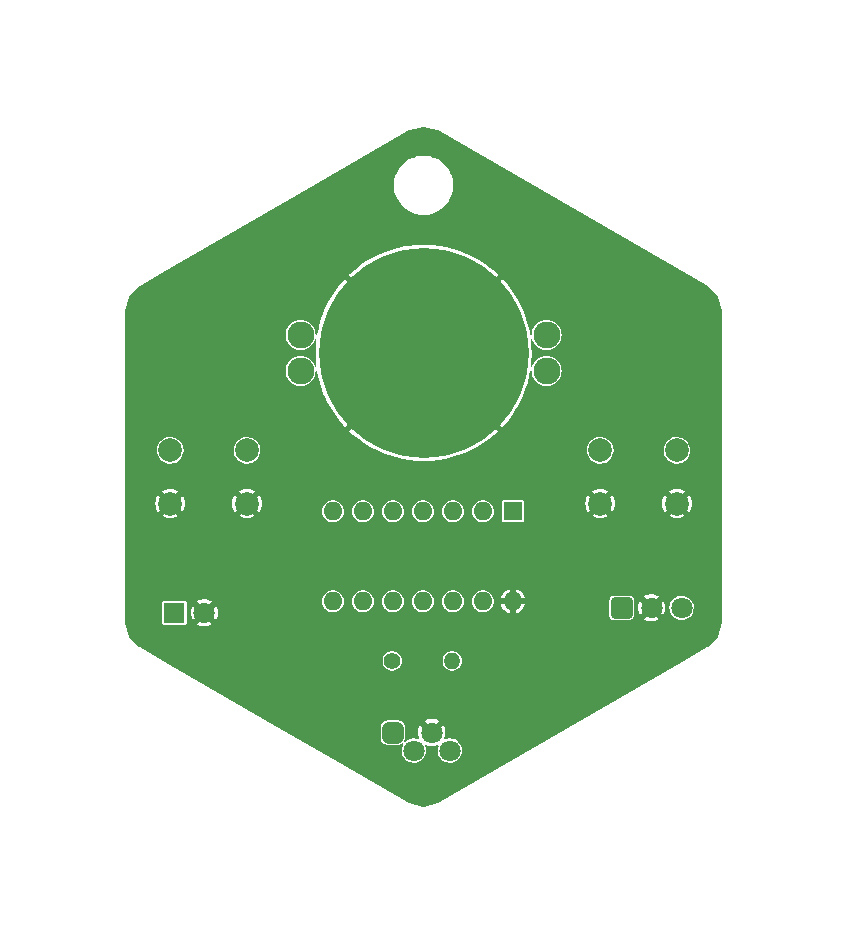
<source format=gbl>
G04 #@! TF.GenerationSoftware,KiCad,Pcbnew,(6.0.0)*
G04 #@! TF.CreationDate,2022-03-25T14:06:01-05:00*
G04 #@! TF.ProjectId,gencyber-badge-22_2,67656e63-7962-4657-922d-62616467652d,rev?*
G04 #@! TF.SameCoordinates,Original*
G04 #@! TF.FileFunction,Copper,L2,Bot*
G04 #@! TF.FilePolarity,Positive*
%FSLAX46Y46*%
G04 Gerber Fmt 4.6, Leading zero omitted, Abs format (unit mm)*
G04 Created by KiCad (PCBNEW (6.0.0)) date 2022-03-25 14:06:01*
%MOMM*%
%LPD*%
G01*
G04 APERTURE LIST*
G04 Aperture macros list*
%AMRoundRect*
0 Rectangle with rounded corners*
0 $1 Rounding radius*
0 $2 $3 $4 $5 $6 $7 $8 $9 X,Y pos of 4 corners*
0 Add a 4 corners polygon primitive as box body*
4,1,4,$2,$3,$4,$5,$6,$7,$8,$9,$2,$3,0*
0 Add four circle primitives for the rounded corners*
1,1,$1+$1,$2,$3*
1,1,$1+$1,$4,$5*
1,1,$1+$1,$6,$7*
1,1,$1+$1,$8,$9*
0 Add four rect primitives between the rounded corners*
20,1,$1+$1,$2,$3,$4,$5,0*
20,1,$1+$1,$4,$5,$6,$7,0*
20,1,$1+$1,$6,$7,$8,$9,0*
20,1,$1+$1,$8,$9,$2,$3,0*%
G04 Aperture macros list end*
G04 #@! TA.AperFunction,ComponentPad*
%ADD10C,2.000000*%
G04 #@! TD*
G04 #@! TA.AperFunction,ComponentPad*
%ADD11RoundRect,0.250200X-0.649800X-0.649800X0.649800X-0.649800X0.649800X0.649800X-0.649800X0.649800X0*%
G04 #@! TD*
G04 #@! TA.AperFunction,ComponentPad*
%ADD12C,1.800000*%
G04 #@! TD*
G04 #@! TA.AperFunction,ComponentPad*
%ADD13R,1.800000X1.800000*%
G04 #@! TD*
G04 #@! TA.AperFunction,ComponentPad*
%ADD14R,1.600000X1.600000*%
G04 #@! TD*
G04 #@! TA.AperFunction,ComponentPad*
%ADD15O,1.600000X1.600000*%
G04 #@! TD*
G04 #@! TA.AperFunction,ComponentPad*
%ADD16RoundRect,0.450000X-0.450000X-0.450000X0.450000X-0.450000X0.450000X0.450000X-0.450000X0.450000X0*%
G04 #@! TD*
G04 #@! TA.AperFunction,ComponentPad*
%ADD17C,1.400000*%
G04 #@! TD*
G04 #@! TA.AperFunction,ComponentPad*
%ADD18O,1.400000X1.400000*%
G04 #@! TD*
G04 #@! TA.AperFunction,ComponentPad*
%ADD19C,2.286000*%
G04 #@! TD*
G04 #@! TA.AperFunction,SMDPad,CuDef*
%ADD20C,17.780000*%
G04 #@! TD*
G04 APERTURE END LIST*
D10*
X136050000Y-88550000D03*
X129550000Y-88550000D03*
X136050000Y-93050000D03*
X129550000Y-93050000D03*
D11*
X167760000Y-101875000D03*
D12*
X170300000Y-101875000D03*
X172840000Y-101875000D03*
D13*
X129910000Y-102300000D03*
D12*
X132450000Y-102300000D03*
D14*
X158560000Y-93700000D03*
D15*
X156020000Y-93700000D03*
X153480000Y-93700000D03*
X150940000Y-93700000D03*
X148400000Y-93700000D03*
X145860000Y-93700000D03*
X143320000Y-93700000D03*
X143320000Y-101320000D03*
X145860000Y-101320000D03*
X148400000Y-101320000D03*
X150940000Y-101320000D03*
X153480000Y-101320000D03*
X156020000Y-101320000D03*
X158560000Y-101320000D03*
D16*
X148390000Y-112440000D03*
D12*
X150168000Y-113964000D03*
X151692000Y-112440000D03*
X153216000Y-113964000D03*
D10*
X172450000Y-88550000D03*
X165950000Y-88550000D03*
X172450000Y-93050000D03*
X165950000Y-93050000D03*
D17*
X148360000Y-106380000D03*
D18*
X153440000Y-106380000D03*
D19*
X161414000Y-78776000D03*
X161414000Y-81824000D03*
X140586000Y-81824000D03*
X140586000Y-78776000D03*
D20*
X151000000Y-80300000D03*
G04 #@! TA.AperFunction,Conductor*
G36*
X151401916Y-61239174D02*
G01*
X152208831Y-61455388D01*
X152223905Y-61461631D01*
X175041734Y-74635356D01*
X175054678Y-74645289D01*
X175927760Y-75518371D01*
X175943936Y-75546389D01*
X176263507Y-76739039D01*
X176265637Y-76755215D01*
X176265651Y-103103213D01*
X176263521Y-103119389D01*
X175943949Y-104312045D01*
X175927773Y-104340063D01*
X175055866Y-105211970D01*
X175042315Y-105222248D01*
X175032092Y-105227999D01*
X175031740Y-105228664D01*
X175031631Y-105228748D01*
X172446560Y-106721262D01*
X152223904Y-118396994D01*
X152223902Y-118396995D01*
X152208830Y-118403238D01*
X151016173Y-118722810D01*
X150983823Y-118722810D01*
X149791166Y-118403237D01*
X149776094Y-118396994D01*
X143885916Y-114996246D01*
X138613469Y-111952151D01*
X147362500Y-111952151D01*
X147362501Y-112927848D01*
X147377365Y-113040758D01*
X147378929Y-113044535D01*
X147378930Y-113044537D01*
X147405235Y-113108042D01*
X147435555Y-113181242D01*
X147528122Y-113301878D01*
X147648759Y-113394445D01*
X147652543Y-113396012D01*
X147652544Y-113396013D01*
X147785456Y-113451067D01*
X147785457Y-113451067D01*
X147789242Y-113452635D01*
X147793304Y-113453170D01*
X147793305Y-113453170D01*
X147900120Y-113467233D01*
X147900126Y-113467233D01*
X147902151Y-113467500D01*
X148390000Y-113467500D01*
X148877848Y-113467499D01*
X148990758Y-113452635D01*
X148994535Y-113451071D01*
X148994537Y-113451070D01*
X149127459Y-113396012D01*
X149131242Y-113394445D01*
X149134489Y-113391953D01*
X149134495Y-113391950D01*
X149201566Y-113340485D01*
X149247771Y-113328105D01*
X149289198Y-113352023D01*
X149301578Y-113398228D01*
X149294383Y-113420178D01*
X149276246Y-113453169D01*
X149227910Y-113541092D01*
X149219018Y-113557266D01*
X149158090Y-113749337D01*
X149135629Y-113949584D01*
X149152490Y-114150381D01*
X149208032Y-114344078D01*
X149300139Y-114523299D01*
X149425302Y-114681215D01*
X149578754Y-114811814D01*
X149754651Y-114910119D01*
X149757555Y-114911063D01*
X149757556Y-114911063D01*
X149943379Y-114971441D01*
X149943384Y-114971442D01*
X149946292Y-114972387D01*
X150146378Y-114996246D01*
X150149420Y-114996012D01*
X150149423Y-114996012D01*
X150344236Y-114981021D01*
X150344238Y-114981021D01*
X150347287Y-114980786D01*
X150541367Y-114926598D01*
X150544090Y-114925223D01*
X150544094Y-114925221D01*
X150718506Y-114837119D01*
X150721226Y-114835745D01*
X150723624Y-114833872D01*
X150723628Y-114833869D01*
X150806608Y-114769038D01*
X150880013Y-114711687D01*
X151011679Y-114559150D01*
X151111210Y-114383944D01*
X151174814Y-114192743D01*
X151200069Y-113992828D01*
X151200472Y-113964000D01*
X151200303Y-113962280D01*
X151200303Y-113962271D01*
X151181107Y-113766498D01*
X151180809Y-113763458D01*
X151130626Y-113597244D01*
X151123452Y-113573483D01*
X151123451Y-113573480D01*
X151122568Y-113570556D01*
X151121132Y-113567855D01*
X151120950Y-113567414D01*
X151121032Y-113519578D01*
X151154914Y-113485812D01*
X151203404Y-113486170D01*
X151331240Y-113541092D01*
X151336657Y-113542852D01*
X151537937Y-113588398D01*
X151543585Y-113589141D01*
X151749794Y-113597244D01*
X151755488Y-113596945D01*
X151959714Y-113567333D01*
X151965263Y-113566001D01*
X152160672Y-113499669D01*
X152165890Y-113497346D01*
X152174075Y-113492762D01*
X152221579Y-113487140D01*
X152259144Y-113516755D01*
X152264187Y-113566191D01*
X152206090Y-113749337D01*
X152183629Y-113949584D01*
X152200490Y-114150381D01*
X152256032Y-114344078D01*
X152348139Y-114523299D01*
X152473302Y-114681215D01*
X152626754Y-114811814D01*
X152802651Y-114910119D01*
X152805555Y-114911063D01*
X152805556Y-114911063D01*
X152991379Y-114971441D01*
X152991384Y-114971442D01*
X152994292Y-114972387D01*
X153194378Y-114996246D01*
X153197420Y-114996012D01*
X153197423Y-114996012D01*
X153392236Y-114981021D01*
X153392238Y-114981021D01*
X153395287Y-114980786D01*
X153589367Y-114926598D01*
X153592090Y-114925223D01*
X153592094Y-114925221D01*
X153766506Y-114837119D01*
X153769226Y-114835745D01*
X153771624Y-114833872D01*
X153771628Y-114833869D01*
X153854608Y-114769038D01*
X153928013Y-114711687D01*
X154059679Y-114559150D01*
X154159210Y-114383944D01*
X154222814Y-114192743D01*
X154248069Y-113992828D01*
X154248472Y-113964000D01*
X154248303Y-113962280D01*
X154248303Y-113962271D01*
X154229107Y-113766498D01*
X154228809Y-113763458D01*
X154170568Y-113570556D01*
X154108152Y-113453169D01*
X154077403Y-113395337D01*
X154077401Y-113395334D01*
X154075968Y-113392639D01*
X153948612Y-113236485D01*
X153793351Y-113108042D01*
X153790667Y-113106591D01*
X153790663Y-113106588D01*
X153618784Y-113013654D01*
X153616099Y-113012202D01*
X153513667Y-112980494D01*
X153426522Y-112953518D01*
X153426519Y-112953517D01*
X153423607Y-112952616D01*
X153420574Y-112952297D01*
X153420573Y-112952297D01*
X153370780Y-112947064D01*
X153223208Y-112931553D01*
X153220175Y-112931829D01*
X153220171Y-112931829D01*
X153132987Y-112939764D01*
X153022534Y-112949816D01*
X152829229Y-113006709D01*
X152826519Y-113008126D01*
X152823684Y-113009271D01*
X152822936Y-113007419D01*
X152781249Y-113011160D01*
X152744537Y-112980494D01*
X152740261Y-112932850D01*
X152745379Y-112920972D01*
X152749348Y-112913884D01*
X152751669Y-112908672D01*
X152818001Y-112713263D01*
X152819333Y-112707714D01*
X152849093Y-112502470D01*
X152849404Y-112498825D01*
X152850896Y-112441827D01*
X152850777Y-112438179D01*
X152831799Y-112231654D01*
X152830758Y-112226036D01*
X152774745Y-112027429D01*
X152772702Y-112022107D01*
X152681429Y-111837021D01*
X152678446Y-111832155D01*
X152677595Y-111831015D01*
X152669418Y-111826150D01*
X152663578Y-111827633D01*
X152051210Y-112440000D01*
X151736194Y-112755016D01*
X151692000Y-112773322D01*
X151647806Y-112755016D01*
X150722460Y-111829670D01*
X150713669Y-111826029D01*
X150710205Y-111827464D01*
X150622606Y-111993961D01*
X150620427Y-111999221D01*
X150559230Y-112196311D01*
X150558046Y-112201882D01*
X150533790Y-112406814D01*
X150533641Y-112412526D01*
X150547137Y-112618434D01*
X150548032Y-112624082D01*
X150598826Y-112824089D01*
X150600729Y-112829462D01*
X150645878Y-112927398D01*
X150647756Y-112975196D01*
X150615285Y-113010323D01*
X150568434Y-113011119D01*
X150568099Y-113012202D01*
X150378522Y-112953518D01*
X150378519Y-112953517D01*
X150375607Y-112952616D01*
X150372574Y-112952297D01*
X150372573Y-112952297D01*
X150322780Y-112947064D01*
X150175208Y-112931553D01*
X150172175Y-112931829D01*
X150172171Y-112931829D01*
X150084987Y-112939764D01*
X149974534Y-112949816D01*
X149781229Y-113006709D01*
X149723871Y-113036695D01*
X149605360Y-113098650D01*
X149605357Y-113098652D01*
X149602656Y-113100064D01*
X149600277Y-113101977D01*
X149600272Y-113101980D01*
X149456324Y-113217718D01*
X149410411Y-113231144D01*
X149368453Y-113208173D01*
X149355027Y-113162260D01*
X149359418Y-113145093D01*
X149377276Y-113101980D01*
X149402635Y-113040758D01*
X149403170Y-113036695D01*
X149417233Y-112929880D01*
X149417233Y-112929874D01*
X149417500Y-112927849D01*
X149417499Y-111952152D01*
X149402635Y-111839242D01*
X149399700Y-111832155D01*
X149346012Y-111702541D01*
X149344445Y-111698758D01*
X149341952Y-111695509D01*
X149254369Y-111581368D01*
X149254368Y-111581367D01*
X149251878Y-111578122D01*
X149131241Y-111485555D01*
X149101259Y-111473136D01*
X149082370Y-111465312D01*
X151080245Y-111465312D01*
X151080876Y-111469665D01*
X151683210Y-112072000D01*
X151692000Y-112075641D01*
X151700790Y-112072000D01*
X152299654Y-111473136D01*
X152303295Y-111464345D01*
X152301473Y-111459946D01*
X152220571Y-111408901D01*
X152215493Y-111406313D01*
X152023816Y-111329842D01*
X152018349Y-111328223D01*
X151815949Y-111287963D01*
X151810285Y-111287368D01*
X151603932Y-111284666D01*
X151598245Y-111285114D01*
X151394873Y-111320060D01*
X151389350Y-111321539D01*
X151195750Y-111392962D01*
X151190601Y-111395418D01*
X151085939Y-111457686D01*
X151080245Y-111465312D01*
X149082370Y-111465312D01*
X148994544Y-111428933D01*
X148994543Y-111428933D01*
X148990758Y-111427365D01*
X148986696Y-111426830D01*
X148986695Y-111426830D01*
X148879880Y-111412767D01*
X148879874Y-111412767D01*
X148877849Y-111412500D01*
X148875802Y-111412500D01*
X148390001Y-111412501D01*
X147902152Y-111412501D01*
X147789242Y-111427365D01*
X147785465Y-111428929D01*
X147785463Y-111428930D01*
X147652541Y-111483988D01*
X147648758Y-111485555D01*
X147645509Y-111488048D01*
X147531370Y-111575630D01*
X147528122Y-111578122D01*
X147435555Y-111698759D01*
X147433988Y-111702543D01*
X147433987Y-111702544D01*
X147380301Y-111832155D01*
X147377365Y-111839242D01*
X147362500Y-111952151D01*
X138613469Y-111952151D01*
X128962367Y-106380000D01*
X147527942Y-106380000D01*
X147546124Y-106552995D01*
X147599877Y-106718428D01*
X147686851Y-106869071D01*
X147803245Y-106998340D01*
X147805892Y-107000263D01*
X147805894Y-107000265D01*
X147941322Y-107098659D01*
X147941326Y-107098661D01*
X147943971Y-107100583D01*
X148102880Y-107171334D01*
X148106087Y-107172016D01*
X148106088Y-107172016D01*
X148269816Y-107206818D01*
X148269819Y-107206818D01*
X148273026Y-107207500D01*
X148446974Y-107207500D01*
X148450181Y-107206818D01*
X148450184Y-107206818D01*
X148613912Y-107172016D01*
X148613913Y-107172016D01*
X148617120Y-107171334D01*
X148776029Y-107100583D01*
X148778674Y-107098661D01*
X148778678Y-107098659D01*
X148914106Y-107000265D01*
X148914108Y-107000263D01*
X148916755Y-106998340D01*
X149033149Y-106869071D01*
X149120123Y-106718428D01*
X149173876Y-106552995D01*
X149192058Y-106380000D01*
X152607942Y-106380000D01*
X152626124Y-106552995D01*
X152679877Y-106718428D01*
X152766851Y-106869071D01*
X152883245Y-106998340D01*
X152885892Y-107000263D01*
X152885894Y-107000265D01*
X153021322Y-107098659D01*
X153021326Y-107098661D01*
X153023971Y-107100583D01*
X153182880Y-107171334D01*
X153186087Y-107172016D01*
X153186088Y-107172016D01*
X153349816Y-107206818D01*
X153349819Y-107206818D01*
X153353026Y-107207500D01*
X153526974Y-107207500D01*
X153530181Y-107206818D01*
X153530184Y-107206818D01*
X153693912Y-107172016D01*
X153693913Y-107172016D01*
X153697120Y-107171334D01*
X153856029Y-107100583D01*
X153858674Y-107098661D01*
X153858678Y-107098659D01*
X153994106Y-107000265D01*
X153994108Y-107000263D01*
X153996755Y-106998340D01*
X154113149Y-106869071D01*
X154200123Y-106718428D01*
X154253876Y-106552995D01*
X154272058Y-106380000D01*
X154253876Y-106207005D01*
X154200123Y-106041572D01*
X154113149Y-105890929D01*
X153996755Y-105761660D01*
X153994108Y-105759737D01*
X153994106Y-105759735D01*
X153858678Y-105661341D01*
X153858674Y-105661339D01*
X153856029Y-105659417D01*
X153697120Y-105588666D01*
X153693913Y-105587984D01*
X153693912Y-105587984D01*
X153530184Y-105553182D01*
X153530181Y-105553182D01*
X153526974Y-105552500D01*
X153353026Y-105552500D01*
X153349819Y-105553182D01*
X153349816Y-105553182D01*
X153186088Y-105587984D01*
X153186087Y-105587984D01*
X153182880Y-105588666D01*
X153023971Y-105659417D01*
X153021326Y-105661339D01*
X153021322Y-105661341D01*
X152885894Y-105759735D01*
X152885892Y-105759737D01*
X152883245Y-105761660D01*
X152766851Y-105890929D01*
X152679877Y-106041572D01*
X152626124Y-106207005D01*
X152607942Y-106380000D01*
X149192058Y-106380000D01*
X149173876Y-106207005D01*
X149120123Y-106041572D01*
X149033149Y-105890929D01*
X148916755Y-105761660D01*
X148914108Y-105759737D01*
X148914106Y-105759735D01*
X148778678Y-105661341D01*
X148778674Y-105661339D01*
X148776029Y-105659417D01*
X148617120Y-105588666D01*
X148613913Y-105587984D01*
X148613912Y-105587984D01*
X148450184Y-105553182D01*
X148450181Y-105553182D01*
X148446974Y-105552500D01*
X148273026Y-105552500D01*
X148269819Y-105553182D01*
X148269816Y-105553182D01*
X148106088Y-105587984D01*
X148106087Y-105587984D01*
X148102880Y-105588666D01*
X147943971Y-105659417D01*
X147941326Y-105661339D01*
X147941322Y-105661341D01*
X147805894Y-105759735D01*
X147805892Y-105759737D01*
X147803245Y-105761660D01*
X147686851Y-105890929D01*
X147599877Y-106041572D01*
X147546124Y-106207005D01*
X147527942Y-106380000D01*
X128962367Y-106380000D01*
X126958271Y-105222917D01*
X126945328Y-105212986D01*
X126072242Y-104339900D01*
X126056066Y-104311882D01*
X125824895Y-103449141D01*
X125761502Y-103212558D01*
X128882500Y-103212558D01*
X128889898Y-103249748D01*
X128918078Y-103291922D01*
X128960252Y-103320102D01*
X128966285Y-103321302D01*
X128966287Y-103321303D01*
X128992384Y-103326494D01*
X128997442Y-103327500D01*
X130822558Y-103327500D01*
X130827616Y-103326494D01*
X130853713Y-103321303D01*
X130853715Y-103321302D01*
X130859748Y-103320102D01*
X130901922Y-103291922D01*
X130912610Y-103275927D01*
X131838433Y-103275927D01*
X131840404Y-103280684D01*
X131894616Y-103316907D01*
X131899633Y-103319631D01*
X132089240Y-103401092D01*
X132094657Y-103402852D01*
X132295937Y-103448398D01*
X132301585Y-103449141D01*
X132507794Y-103457244D01*
X132513488Y-103456945D01*
X132717714Y-103427333D01*
X132723263Y-103426001D01*
X132918672Y-103359669D01*
X132923884Y-103357348D01*
X133056786Y-103282920D01*
X133062678Y-103275447D01*
X133062200Y-103271411D01*
X132458790Y-102668000D01*
X132450000Y-102664359D01*
X132441210Y-102668000D01*
X131842074Y-103267136D01*
X131838433Y-103275927D01*
X130912610Y-103275927D01*
X130930102Y-103249748D01*
X130937500Y-103212558D01*
X130937500Y-102272526D01*
X131291641Y-102272526D01*
X131305137Y-102478434D01*
X131306032Y-102484082D01*
X131356826Y-102684089D01*
X131358729Y-102689462D01*
X131445125Y-102876868D01*
X131447981Y-102881815D01*
X131466061Y-102907398D01*
X131474110Y-102912476D01*
X131479542Y-102911247D01*
X132082000Y-102308790D01*
X132085641Y-102300000D01*
X132814359Y-102300000D01*
X132818000Y-102308790D01*
X133418054Y-102908844D01*
X133426845Y-102912485D01*
X133430600Y-102910929D01*
X133507348Y-102773884D01*
X133509669Y-102768672D01*
X133576001Y-102573263D01*
X133577333Y-102567714D01*
X133607093Y-102362470D01*
X133607404Y-102358825D01*
X133608896Y-102301827D01*
X133608777Y-102298179D01*
X133589799Y-102091654D01*
X133588758Y-102086036D01*
X133532745Y-101887429D01*
X133530702Y-101882107D01*
X133439429Y-101697021D01*
X133436446Y-101692155D01*
X133435595Y-101691015D01*
X133427418Y-101686150D01*
X133421578Y-101687633D01*
X132818000Y-102291210D01*
X132814359Y-102300000D01*
X132085641Y-102300000D01*
X132082000Y-102291210D01*
X131480460Y-101689670D01*
X131471669Y-101686029D01*
X131468205Y-101687464D01*
X131380606Y-101853961D01*
X131378427Y-101859221D01*
X131317230Y-102056311D01*
X131316046Y-102061882D01*
X131291790Y-102266814D01*
X131291641Y-102272526D01*
X130937500Y-102272526D01*
X130937500Y-101387442D01*
X130930102Y-101350252D01*
X130913437Y-101325312D01*
X131838245Y-101325312D01*
X131838876Y-101329665D01*
X132441210Y-101932000D01*
X132450000Y-101935641D01*
X132458790Y-101932000D01*
X133057654Y-101333136D01*
X133061295Y-101324345D01*
X133059495Y-101320000D01*
X142387391Y-101320000D01*
X142407771Y-101513900D01*
X142408784Y-101517017D01*
X142408784Y-101517018D01*
X142467006Y-101696210D01*
X142467008Y-101696215D01*
X142468019Y-101699326D01*
X142469656Y-101702161D01*
X142563865Y-101865338D01*
X142563868Y-101865342D01*
X142565503Y-101868174D01*
X142567694Y-101870608D01*
X142567696Y-101870610D01*
X142693774Y-102010633D01*
X142695963Y-102013064D01*
X142853695Y-102127663D01*
X143031808Y-102206964D01*
X143035012Y-102207645D01*
X143219315Y-102246820D01*
X143219319Y-102246820D01*
X143222516Y-102247500D01*
X143417484Y-102247500D01*
X143420681Y-102246820D01*
X143420685Y-102246820D01*
X143604988Y-102207645D01*
X143608192Y-102206964D01*
X143786305Y-102127663D01*
X143944037Y-102013064D01*
X143946226Y-102010633D01*
X144072304Y-101870610D01*
X144072306Y-101870608D01*
X144074497Y-101868174D01*
X144076132Y-101865342D01*
X144076135Y-101865338D01*
X144170344Y-101702161D01*
X144171981Y-101699326D01*
X144172992Y-101696215D01*
X144172994Y-101696210D01*
X144231216Y-101517018D01*
X144231216Y-101517017D01*
X144232229Y-101513900D01*
X144252609Y-101320000D01*
X144927391Y-101320000D01*
X144947771Y-101513900D01*
X144948784Y-101517017D01*
X144948784Y-101517018D01*
X145007006Y-101696210D01*
X145007008Y-101696215D01*
X145008019Y-101699326D01*
X145009656Y-101702161D01*
X145103865Y-101865338D01*
X145103868Y-101865342D01*
X145105503Y-101868174D01*
X145107694Y-101870608D01*
X145107696Y-101870610D01*
X145233774Y-102010633D01*
X145235963Y-102013064D01*
X145393695Y-102127663D01*
X145571808Y-102206964D01*
X145575012Y-102207645D01*
X145759315Y-102246820D01*
X145759319Y-102246820D01*
X145762516Y-102247500D01*
X145957484Y-102247500D01*
X145960681Y-102246820D01*
X145960685Y-102246820D01*
X146144988Y-102207645D01*
X146148192Y-102206964D01*
X146326305Y-102127663D01*
X146484037Y-102013064D01*
X146486226Y-102010633D01*
X146612304Y-101870610D01*
X146612306Y-101870608D01*
X146614497Y-101868174D01*
X146616132Y-101865342D01*
X146616135Y-101865338D01*
X146710344Y-101702161D01*
X146711981Y-101699326D01*
X146712992Y-101696215D01*
X146712994Y-101696210D01*
X146771216Y-101517018D01*
X146771216Y-101517017D01*
X146772229Y-101513900D01*
X146792609Y-101320000D01*
X147467391Y-101320000D01*
X147487771Y-101513900D01*
X147488784Y-101517017D01*
X147488784Y-101517018D01*
X147547006Y-101696210D01*
X147547008Y-101696215D01*
X147548019Y-101699326D01*
X147549656Y-101702161D01*
X147643865Y-101865338D01*
X147643868Y-101865342D01*
X147645503Y-101868174D01*
X147647694Y-101870608D01*
X147647696Y-101870610D01*
X147773774Y-102010633D01*
X147775963Y-102013064D01*
X147933695Y-102127663D01*
X148111808Y-102206964D01*
X148115012Y-102207645D01*
X148299315Y-102246820D01*
X148299319Y-102246820D01*
X148302516Y-102247500D01*
X148497484Y-102247500D01*
X148500681Y-102246820D01*
X148500685Y-102246820D01*
X148684988Y-102207645D01*
X148688192Y-102206964D01*
X148866305Y-102127663D01*
X149024037Y-102013064D01*
X149026226Y-102010633D01*
X149152304Y-101870610D01*
X149152306Y-101870608D01*
X149154497Y-101868174D01*
X149156132Y-101865342D01*
X149156135Y-101865338D01*
X149250344Y-101702161D01*
X149251981Y-101699326D01*
X149252992Y-101696215D01*
X149252994Y-101696210D01*
X149311216Y-101517018D01*
X149311216Y-101517017D01*
X149312229Y-101513900D01*
X149332609Y-101320000D01*
X150007391Y-101320000D01*
X150027771Y-101513900D01*
X150028784Y-101517017D01*
X150028784Y-101517018D01*
X150087006Y-101696210D01*
X150087008Y-101696215D01*
X150088019Y-101699326D01*
X150089656Y-101702161D01*
X150183865Y-101865338D01*
X150183868Y-101865342D01*
X150185503Y-101868174D01*
X150187694Y-101870608D01*
X150187696Y-101870610D01*
X150313774Y-102010633D01*
X150315963Y-102013064D01*
X150473695Y-102127663D01*
X150651808Y-102206964D01*
X150655012Y-102207645D01*
X150839315Y-102246820D01*
X150839319Y-102246820D01*
X150842516Y-102247500D01*
X151037484Y-102247500D01*
X151040681Y-102246820D01*
X151040685Y-102246820D01*
X151224988Y-102207645D01*
X151228192Y-102206964D01*
X151406305Y-102127663D01*
X151564037Y-102013064D01*
X151566226Y-102010633D01*
X151692304Y-101870610D01*
X151692306Y-101870608D01*
X151694497Y-101868174D01*
X151696132Y-101865342D01*
X151696135Y-101865338D01*
X151790344Y-101702161D01*
X151791981Y-101699326D01*
X151792992Y-101696215D01*
X151792994Y-101696210D01*
X151851216Y-101517018D01*
X151851216Y-101517017D01*
X151852229Y-101513900D01*
X151872609Y-101320000D01*
X152547391Y-101320000D01*
X152567771Y-101513900D01*
X152568784Y-101517017D01*
X152568784Y-101517018D01*
X152627006Y-101696210D01*
X152627008Y-101696215D01*
X152628019Y-101699326D01*
X152629656Y-101702161D01*
X152723865Y-101865338D01*
X152723868Y-101865342D01*
X152725503Y-101868174D01*
X152727694Y-101870608D01*
X152727696Y-101870610D01*
X152853774Y-102010633D01*
X152855963Y-102013064D01*
X153013695Y-102127663D01*
X153191808Y-102206964D01*
X153195012Y-102207645D01*
X153379315Y-102246820D01*
X153379319Y-102246820D01*
X153382516Y-102247500D01*
X153577484Y-102247500D01*
X153580681Y-102246820D01*
X153580685Y-102246820D01*
X153764988Y-102207645D01*
X153768192Y-102206964D01*
X153946305Y-102127663D01*
X154104037Y-102013064D01*
X154106226Y-102010633D01*
X154232304Y-101870610D01*
X154232306Y-101870608D01*
X154234497Y-101868174D01*
X154236132Y-101865342D01*
X154236135Y-101865338D01*
X154330344Y-101702161D01*
X154331981Y-101699326D01*
X154332992Y-101696215D01*
X154332994Y-101696210D01*
X154391216Y-101517018D01*
X154391216Y-101517017D01*
X154392229Y-101513900D01*
X154412609Y-101320000D01*
X155087391Y-101320000D01*
X155107771Y-101513900D01*
X155108784Y-101517017D01*
X155108784Y-101517018D01*
X155167006Y-101696210D01*
X155167008Y-101696215D01*
X155168019Y-101699326D01*
X155169656Y-101702161D01*
X155263865Y-101865338D01*
X155263868Y-101865342D01*
X155265503Y-101868174D01*
X155267694Y-101870608D01*
X155267696Y-101870610D01*
X155393774Y-102010633D01*
X155395963Y-102013064D01*
X155553695Y-102127663D01*
X155731808Y-102206964D01*
X155735012Y-102207645D01*
X155919315Y-102246820D01*
X155919319Y-102246820D01*
X155922516Y-102247500D01*
X156117484Y-102247500D01*
X156120681Y-102246820D01*
X156120685Y-102246820D01*
X156304988Y-102207645D01*
X156308192Y-102206964D01*
X156486305Y-102127663D01*
X156644037Y-102013064D01*
X156646226Y-102010633D01*
X156772304Y-101870610D01*
X156772306Y-101870608D01*
X156774497Y-101868174D01*
X156776132Y-101865342D01*
X156776135Y-101865338D01*
X156870344Y-101702161D01*
X156871981Y-101699326D01*
X156872992Y-101696215D01*
X156872994Y-101696210D01*
X156910315Y-101581346D01*
X157538416Y-101581346D01*
X157574433Y-101706950D01*
X157576667Y-101712592D01*
X157668364Y-101891014D01*
X157671649Y-101896112D01*
X157796249Y-102053318D01*
X157800477Y-102057696D01*
X157953228Y-102187697D01*
X157958224Y-102191170D01*
X158133324Y-102289030D01*
X158138895Y-102291464D01*
X158294177Y-102341919D01*
X158303662Y-102341172D01*
X158306000Y-102338435D01*
X158306000Y-102331010D01*
X158814000Y-102331010D01*
X158817641Y-102339800D01*
X158821426Y-102341368D01*
X158940058Y-102308245D01*
X158945721Y-102306048D01*
X159124774Y-102215602D01*
X159129896Y-102212352D01*
X159287969Y-102088850D01*
X159292373Y-102084657D01*
X159423439Y-101932814D01*
X159426950Y-101927837D01*
X159526024Y-101753437D01*
X159528501Y-101747873D01*
X159582417Y-101585796D01*
X159581737Y-101576306D01*
X159579075Y-101574000D01*
X158826431Y-101574000D01*
X158817641Y-101577641D01*
X158814000Y-101586431D01*
X158814000Y-102331010D01*
X158306000Y-102331010D01*
X158306000Y-101586431D01*
X158302359Y-101577641D01*
X158293569Y-101574000D01*
X157548741Y-101574000D01*
X157539951Y-101577641D01*
X157538416Y-101581346D01*
X156910315Y-101581346D01*
X156931216Y-101517018D01*
X156931216Y-101517017D01*
X156932229Y-101513900D01*
X156952609Y-101320000D01*
X156938882Y-101189397D01*
X166732500Y-101189397D01*
X166732501Y-102560602D01*
X166743428Y-102634837D01*
X166798845Y-102747708D01*
X166887835Y-102836544D01*
X166892472Y-102838811D01*
X166892474Y-102838812D01*
X166981730Y-102882441D01*
X167000803Y-102891764D01*
X167005606Y-102892465D01*
X167005607Y-102892465D01*
X167028646Y-102895826D01*
X167074397Y-102902500D01*
X167758190Y-102902500D01*
X168445602Y-102902499D01*
X168519837Y-102891572D01*
X168549786Y-102876868D01*
X168602621Y-102850927D01*
X169688433Y-102850927D01*
X169690404Y-102855684D01*
X169744616Y-102891907D01*
X169749633Y-102894631D01*
X169939240Y-102976092D01*
X169944657Y-102977852D01*
X170145937Y-103023398D01*
X170151585Y-103024141D01*
X170357794Y-103032244D01*
X170363488Y-103031945D01*
X170567714Y-103002333D01*
X170573263Y-103001001D01*
X170768672Y-102934669D01*
X170773884Y-102932348D01*
X170906786Y-102857920D01*
X170912678Y-102850447D01*
X170912200Y-102846411D01*
X170308790Y-102243000D01*
X170300000Y-102239359D01*
X170291210Y-102243000D01*
X169692074Y-102842136D01*
X169688433Y-102850927D01*
X168602621Y-102850927D01*
X168632708Y-102836155D01*
X168649206Y-102819629D01*
X168717895Y-102750820D01*
X168721544Y-102747165D01*
X168752377Y-102684089D01*
X168774633Y-102638557D01*
X168774633Y-102638556D01*
X168776764Y-102634197D01*
X168787500Y-102560603D01*
X168787499Y-101847526D01*
X169141641Y-101847526D01*
X169155137Y-102053434D01*
X169156032Y-102059082D01*
X169206826Y-102259089D01*
X169208729Y-102264462D01*
X169295125Y-102451868D01*
X169297981Y-102456815D01*
X169316061Y-102482398D01*
X169324110Y-102487476D01*
X169329542Y-102486247D01*
X169932000Y-101883790D01*
X169935641Y-101875000D01*
X170664359Y-101875000D01*
X170668000Y-101883790D01*
X171268054Y-102483844D01*
X171276845Y-102487485D01*
X171280600Y-102485929D01*
X171357348Y-102348884D01*
X171359669Y-102343672D01*
X171426001Y-102148263D01*
X171427333Y-102142714D01*
X171457093Y-101937470D01*
X171457404Y-101933825D01*
X171458896Y-101876827D01*
X171458777Y-101873179D01*
X171457620Y-101860584D01*
X171807629Y-101860584D01*
X171813276Y-101927837D01*
X171824181Y-102057696D01*
X171824490Y-102061381D01*
X171880032Y-102255078D01*
X171972139Y-102434299D01*
X172097302Y-102592215D01*
X172099626Y-102594193D01*
X172099628Y-102594195D01*
X172211566Y-102689462D01*
X172250754Y-102722814D01*
X172426651Y-102821119D01*
X172429555Y-102822063D01*
X172429556Y-102822063D01*
X172615379Y-102882441D01*
X172615384Y-102882442D01*
X172618292Y-102883387D01*
X172818378Y-102907246D01*
X172821420Y-102907012D01*
X172821423Y-102907012D01*
X173016236Y-102892021D01*
X173016238Y-102892021D01*
X173019287Y-102891786D01*
X173213367Y-102837598D01*
X173216090Y-102836223D01*
X173216094Y-102836221D01*
X173390506Y-102748119D01*
X173393226Y-102746745D01*
X173395624Y-102744872D01*
X173395628Y-102744869D01*
X173498675Y-102664359D01*
X173552013Y-102622687D01*
X173683679Y-102470150D01*
X173744850Y-102362470D01*
X173781698Y-102297606D01*
X173781699Y-102297604D01*
X173783210Y-102294944D01*
X173846814Y-102103743D01*
X173848342Y-102091654D01*
X173871849Y-101905570D01*
X173871849Y-101905569D01*
X173872069Y-101903828D01*
X173872249Y-101891014D01*
X173872448Y-101876739D01*
X173872448Y-101876733D01*
X173872472Y-101875000D01*
X173872303Y-101873280D01*
X173872303Y-101873271D01*
X173854432Y-101691015D01*
X173852809Y-101674458D01*
X173794568Y-101481556D01*
X173742926Y-101384431D01*
X173701403Y-101306337D01*
X173701401Y-101306334D01*
X173699968Y-101303639D01*
X173572612Y-101147485D01*
X173417351Y-101019042D01*
X173414667Y-101017591D01*
X173414663Y-101017588D01*
X173272413Y-100940674D01*
X173240099Y-100923202D01*
X173141517Y-100892686D01*
X173050522Y-100864518D01*
X173050519Y-100864517D01*
X173047607Y-100863616D01*
X173044574Y-100863297D01*
X173044573Y-100863297D01*
X172989751Y-100857535D01*
X172847208Y-100842553D01*
X172844175Y-100842829D01*
X172844171Y-100842829D01*
X172756987Y-100850764D01*
X172646534Y-100860816D01*
X172453229Y-100917709D01*
X172414724Y-100937839D01*
X172277360Y-101009650D01*
X172277357Y-101009652D01*
X172274656Y-101011064D01*
X172117617Y-101137327D01*
X171988093Y-101291687D01*
X171958709Y-101345136D01*
X171897153Y-101457107D01*
X171891018Y-101468266D01*
X171830090Y-101660337D01*
X171828835Y-101671530D01*
X171809094Y-101847526D01*
X171807629Y-101860584D01*
X171457620Y-101860584D01*
X171439799Y-101666654D01*
X171438758Y-101661036D01*
X171382745Y-101462429D01*
X171380702Y-101457107D01*
X171289429Y-101272021D01*
X171286446Y-101267155D01*
X171285595Y-101266015D01*
X171277418Y-101261150D01*
X171271578Y-101262633D01*
X170668000Y-101866210D01*
X170664359Y-101875000D01*
X169935641Y-101875000D01*
X169932000Y-101866210D01*
X169330460Y-101264670D01*
X169321669Y-101261029D01*
X169318205Y-101262464D01*
X169230606Y-101428961D01*
X169228427Y-101434221D01*
X169167230Y-101631311D01*
X169166046Y-101636882D01*
X169141790Y-101841814D01*
X169141641Y-101847526D01*
X168787499Y-101847526D01*
X168787499Y-101189398D01*
X168776572Y-101115163D01*
X168721155Y-101002292D01*
X168632165Y-100913456D01*
X168627528Y-100911189D01*
X168627526Y-100911188D01*
X168605276Y-100900312D01*
X169688245Y-100900312D01*
X169688876Y-100904665D01*
X170291210Y-101507000D01*
X170300000Y-101510641D01*
X170308790Y-101507000D01*
X170907654Y-100908136D01*
X170911295Y-100899345D01*
X170909473Y-100894946D01*
X170828571Y-100843901D01*
X170823493Y-100841313D01*
X170631816Y-100764842D01*
X170626349Y-100763223D01*
X170423949Y-100722963D01*
X170418285Y-100722368D01*
X170211932Y-100719666D01*
X170206245Y-100720114D01*
X170002873Y-100755060D01*
X169997350Y-100756539D01*
X169803750Y-100827962D01*
X169798601Y-100830418D01*
X169693939Y-100892686D01*
X169688245Y-100900312D01*
X168605276Y-100900312D01*
X168523557Y-100860367D01*
X168523556Y-100860367D01*
X168519197Y-100858236D01*
X168514394Y-100857535D01*
X168514393Y-100857535D01*
X168491354Y-100854174D01*
X168445603Y-100847500D01*
X167761810Y-100847500D01*
X167074398Y-100847501D01*
X167000163Y-100858428D01*
X166995803Y-100860569D01*
X166995802Y-100860569D01*
X166990246Y-100863297D01*
X166887292Y-100913845D01*
X166883645Y-100917498D01*
X166883644Y-100917499D01*
X166860509Y-100940674D01*
X166798456Y-101002835D01*
X166796189Y-101007472D01*
X166796188Y-101007474D01*
X166745367Y-101111443D01*
X166743236Y-101115803D01*
X166742535Y-101120606D01*
X166742535Y-101120607D01*
X166740375Y-101135412D01*
X166732500Y-101189397D01*
X156938882Y-101189397D01*
X156932229Y-101126100D01*
X156927467Y-101111443D01*
X156908851Y-101054149D01*
X157538525Y-101054149D01*
X157539338Y-101063630D01*
X157542152Y-101066000D01*
X158293569Y-101066000D01*
X158302359Y-101062359D01*
X158306000Y-101053569D01*
X158814000Y-101053569D01*
X158817641Y-101062359D01*
X158826431Y-101066000D01*
X159571921Y-101066000D01*
X159580711Y-101062359D01*
X159582181Y-101058810D01*
X159540071Y-100919336D01*
X159537751Y-100913708D01*
X159443582Y-100736601D01*
X159440216Y-100731536D01*
X159313438Y-100576091D01*
X159309149Y-100571773D01*
X159154598Y-100443916D01*
X159149549Y-100440511D01*
X158973112Y-100345112D01*
X158967494Y-100342750D01*
X158825877Y-100298911D01*
X158816402Y-100299791D01*
X158814000Y-100302683D01*
X158814000Y-101053569D01*
X158306000Y-101053569D01*
X158306000Y-100308439D01*
X158302359Y-100299649D01*
X158298732Y-100298147D01*
X158166190Y-100337156D01*
X158160544Y-100339437D01*
X157982781Y-100432369D01*
X157977698Y-100435695D01*
X157821369Y-100561387D01*
X157817021Y-100565645D01*
X157688086Y-100719303D01*
X157684649Y-100724323D01*
X157588018Y-100900095D01*
X157585619Y-100905693D01*
X157538525Y-101054149D01*
X156908851Y-101054149D01*
X156872994Y-100943790D01*
X156872992Y-100943785D01*
X156871981Y-100940674D01*
X156825616Y-100860367D01*
X156776135Y-100774662D01*
X156776132Y-100774658D01*
X156774497Y-100771826D01*
X156760733Y-100756539D01*
X156646226Y-100629367D01*
X156646225Y-100629366D01*
X156644037Y-100626936D01*
X156486305Y-100512337D01*
X156308192Y-100433036D01*
X156292941Y-100429794D01*
X156120685Y-100393180D01*
X156120681Y-100393180D01*
X156117484Y-100392500D01*
X155922516Y-100392500D01*
X155919319Y-100393180D01*
X155919315Y-100393180D01*
X155747059Y-100429794D01*
X155731808Y-100433036D01*
X155553696Y-100512337D01*
X155551051Y-100514259D01*
X155551047Y-100514261D01*
X155398612Y-100625011D01*
X155398610Y-100625013D01*
X155395963Y-100626936D01*
X155317962Y-100713565D01*
X155279268Y-100756539D01*
X155265503Y-100771826D01*
X155263868Y-100774658D01*
X155263865Y-100774662D01*
X155214384Y-100860367D01*
X155168019Y-100940674D01*
X155167008Y-100943785D01*
X155167006Y-100943790D01*
X155112533Y-101111443D01*
X155107771Y-101126100D01*
X155087391Y-101320000D01*
X154412609Y-101320000D01*
X154392229Y-101126100D01*
X154387467Y-101111443D01*
X154332994Y-100943790D01*
X154332992Y-100943785D01*
X154331981Y-100940674D01*
X154285616Y-100860367D01*
X154236135Y-100774662D01*
X154236132Y-100774658D01*
X154234497Y-100771826D01*
X154220733Y-100756539D01*
X154106226Y-100629367D01*
X154106225Y-100629366D01*
X154104037Y-100626936D01*
X153946305Y-100512337D01*
X153768192Y-100433036D01*
X153752941Y-100429794D01*
X153580685Y-100393180D01*
X153580681Y-100393180D01*
X153577484Y-100392500D01*
X153382516Y-100392500D01*
X153379319Y-100393180D01*
X153379315Y-100393180D01*
X153207059Y-100429794D01*
X153191808Y-100433036D01*
X153013696Y-100512337D01*
X153011051Y-100514259D01*
X153011047Y-100514261D01*
X152858612Y-100625011D01*
X152858610Y-100625013D01*
X152855963Y-100626936D01*
X152777962Y-100713565D01*
X152739268Y-100756539D01*
X152725503Y-100771826D01*
X152723868Y-100774658D01*
X152723865Y-100774662D01*
X152674384Y-100860367D01*
X152628019Y-100940674D01*
X152627008Y-100943785D01*
X152627006Y-100943790D01*
X152572533Y-101111443D01*
X152567771Y-101126100D01*
X152547391Y-101320000D01*
X151872609Y-101320000D01*
X151852229Y-101126100D01*
X151847467Y-101111443D01*
X151792994Y-100943790D01*
X151792992Y-100943785D01*
X151791981Y-100940674D01*
X151745616Y-100860367D01*
X151696135Y-100774662D01*
X151696132Y-100774658D01*
X151694497Y-100771826D01*
X151680733Y-100756539D01*
X151566226Y-100629367D01*
X151566225Y-100629366D01*
X151564037Y-100626936D01*
X151406305Y-100512337D01*
X151228192Y-100433036D01*
X151212941Y-100429794D01*
X151040685Y-100393180D01*
X151040681Y-100393180D01*
X151037484Y-100392500D01*
X150842516Y-100392500D01*
X150839319Y-100393180D01*
X150839315Y-100393180D01*
X150667059Y-100429794D01*
X150651808Y-100433036D01*
X150473696Y-100512337D01*
X150471051Y-100514259D01*
X150471047Y-100514261D01*
X150318612Y-100625011D01*
X150318610Y-100625013D01*
X150315963Y-100626936D01*
X150237962Y-100713565D01*
X150199268Y-100756539D01*
X150185503Y-100771826D01*
X150183868Y-100774658D01*
X150183865Y-100774662D01*
X150134384Y-100860367D01*
X150088019Y-100940674D01*
X150087008Y-100943785D01*
X150087006Y-100943790D01*
X150032533Y-101111443D01*
X150027771Y-101126100D01*
X150007391Y-101320000D01*
X149332609Y-101320000D01*
X149312229Y-101126100D01*
X149307467Y-101111443D01*
X149252994Y-100943790D01*
X149252992Y-100943785D01*
X149251981Y-100940674D01*
X149205616Y-100860367D01*
X149156135Y-100774662D01*
X149156132Y-100774658D01*
X149154497Y-100771826D01*
X149140733Y-100756539D01*
X149026226Y-100629367D01*
X149026225Y-100629366D01*
X149024037Y-100626936D01*
X148866305Y-100512337D01*
X148688192Y-100433036D01*
X148672941Y-100429794D01*
X148500685Y-100393180D01*
X148500681Y-100393180D01*
X148497484Y-100392500D01*
X148302516Y-100392500D01*
X148299319Y-100393180D01*
X148299315Y-100393180D01*
X148127059Y-100429794D01*
X148111808Y-100433036D01*
X147933696Y-100512337D01*
X147931051Y-100514259D01*
X147931047Y-100514261D01*
X147778612Y-100625011D01*
X147778610Y-100625013D01*
X147775963Y-100626936D01*
X147697962Y-100713565D01*
X147659268Y-100756539D01*
X147645503Y-100771826D01*
X147643868Y-100774658D01*
X147643865Y-100774662D01*
X147594384Y-100860367D01*
X147548019Y-100940674D01*
X147547008Y-100943785D01*
X147547006Y-100943790D01*
X147492533Y-101111443D01*
X147487771Y-101126100D01*
X147467391Y-101320000D01*
X146792609Y-101320000D01*
X146772229Y-101126100D01*
X146767467Y-101111443D01*
X146712994Y-100943790D01*
X146712992Y-100943785D01*
X146711981Y-100940674D01*
X146665616Y-100860367D01*
X146616135Y-100774662D01*
X146616132Y-100774658D01*
X146614497Y-100771826D01*
X146600733Y-100756539D01*
X146486226Y-100629367D01*
X146486225Y-100629366D01*
X146484037Y-100626936D01*
X146326305Y-100512337D01*
X146148192Y-100433036D01*
X146132941Y-100429794D01*
X145960685Y-100393180D01*
X145960681Y-100393180D01*
X145957484Y-100392500D01*
X145762516Y-100392500D01*
X145759319Y-100393180D01*
X145759315Y-100393180D01*
X145587059Y-100429794D01*
X145571808Y-100433036D01*
X145393696Y-100512337D01*
X145391051Y-100514259D01*
X145391047Y-100514261D01*
X145238612Y-100625011D01*
X145238610Y-100625013D01*
X145235963Y-100626936D01*
X145157962Y-100713565D01*
X145119268Y-100756539D01*
X145105503Y-100771826D01*
X145103868Y-100774658D01*
X145103865Y-100774662D01*
X145054384Y-100860367D01*
X145008019Y-100940674D01*
X145007008Y-100943785D01*
X145007006Y-100943790D01*
X144952533Y-101111443D01*
X144947771Y-101126100D01*
X144927391Y-101320000D01*
X144252609Y-101320000D01*
X144232229Y-101126100D01*
X144227467Y-101111443D01*
X144172994Y-100943790D01*
X144172992Y-100943785D01*
X144171981Y-100940674D01*
X144125616Y-100860367D01*
X144076135Y-100774662D01*
X144076132Y-100774658D01*
X144074497Y-100771826D01*
X144060733Y-100756539D01*
X143946226Y-100629367D01*
X143946225Y-100629366D01*
X143944037Y-100626936D01*
X143786305Y-100512337D01*
X143608192Y-100433036D01*
X143592941Y-100429794D01*
X143420685Y-100393180D01*
X143420681Y-100393180D01*
X143417484Y-100392500D01*
X143222516Y-100392500D01*
X143219319Y-100393180D01*
X143219315Y-100393180D01*
X143047059Y-100429794D01*
X143031808Y-100433036D01*
X142853696Y-100512337D01*
X142851051Y-100514259D01*
X142851047Y-100514261D01*
X142698612Y-100625011D01*
X142698610Y-100625013D01*
X142695963Y-100626936D01*
X142617962Y-100713565D01*
X142579268Y-100756539D01*
X142565503Y-100771826D01*
X142563868Y-100774658D01*
X142563865Y-100774662D01*
X142514384Y-100860367D01*
X142468019Y-100940674D01*
X142467008Y-100943785D01*
X142467006Y-100943790D01*
X142412533Y-101111443D01*
X142407771Y-101126100D01*
X142387391Y-101320000D01*
X133059495Y-101320000D01*
X133059473Y-101319946D01*
X132978571Y-101268901D01*
X132973493Y-101266313D01*
X132781816Y-101189842D01*
X132776349Y-101188223D01*
X132573949Y-101147963D01*
X132568285Y-101147368D01*
X132361932Y-101144666D01*
X132356245Y-101145114D01*
X132152873Y-101180060D01*
X132147350Y-101181539D01*
X131953750Y-101252962D01*
X131948601Y-101255418D01*
X131843939Y-101317686D01*
X131838245Y-101325312D01*
X130913437Y-101325312D01*
X130901922Y-101308078D01*
X130859748Y-101279898D01*
X130853715Y-101278698D01*
X130853713Y-101278697D01*
X130825569Y-101273099D01*
X130822558Y-101272500D01*
X128997442Y-101272500D01*
X128994431Y-101273099D01*
X128966287Y-101278697D01*
X128966285Y-101278698D01*
X128960252Y-101279898D01*
X128918078Y-101308078D01*
X128889898Y-101350252D01*
X128882500Y-101387442D01*
X128882500Y-103212558D01*
X125761502Y-103212558D01*
X125743368Y-103144881D01*
X125736494Y-103119227D01*
X125734364Y-103103051D01*
X125734364Y-94098327D01*
X128866032Y-94098327D01*
X128868136Y-94103405D01*
X128918368Y-94138577D01*
X128923079Y-94141298D01*
X129116996Y-94231723D01*
X129122105Y-94233583D01*
X129328777Y-94288960D01*
X129334131Y-94289904D01*
X129547280Y-94308552D01*
X129552720Y-94308552D01*
X129765869Y-94289904D01*
X129771223Y-94288960D01*
X129977895Y-94233583D01*
X129983004Y-94231723D01*
X130176921Y-94141298D01*
X130181632Y-94138577D01*
X130228932Y-94105459D01*
X130233475Y-94098327D01*
X135366032Y-94098327D01*
X135368136Y-94103405D01*
X135418368Y-94138577D01*
X135423079Y-94141298D01*
X135616996Y-94231723D01*
X135622105Y-94233583D01*
X135828777Y-94288960D01*
X135834131Y-94289904D01*
X136047280Y-94308552D01*
X136052720Y-94308552D01*
X136265869Y-94289904D01*
X136271223Y-94288960D01*
X136477895Y-94233583D01*
X136483004Y-94231723D01*
X136676921Y-94141298D01*
X136681632Y-94138577D01*
X136728932Y-94105459D01*
X136734045Y-94097433D01*
X136732855Y-94092065D01*
X136058790Y-93418000D01*
X136050000Y-93414359D01*
X136041210Y-93418000D01*
X135369673Y-94089537D01*
X135366032Y-94098327D01*
X130233475Y-94098327D01*
X130234045Y-94097433D01*
X130232855Y-94092065D01*
X129558790Y-93418000D01*
X129550000Y-93414359D01*
X129541210Y-93418000D01*
X128869673Y-94089537D01*
X128866032Y-94098327D01*
X125734364Y-94098327D01*
X125734364Y-93052720D01*
X128291448Y-93052720D01*
X128310096Y-93265869D01*
X128311040Y-93271223D01*
X128366417Y-93477895D01*
X128368277Y-93483004D01*
X128458702Y-93676921D01*
X128461423Y-93681632D01*
X128494541Y-93728932D01*
X128502567Y-93734045D01*
X128507935Y-93732855D01*
X129182000Y-93058790D01*
X129185641Y-93050000D01*
X129914359Y-93050000D01*
X129918000Y-93058790D01*
X130589537Y-93730327D01*
X130598327Y-93733968D01*
X130603405Y-93731864D01*
X130638577Y-93681632D01*
X130641298Y-93676921D01*
X130731723Y-93483004D01*
X130733583Y-93477895D01*
X130788960Y-93271223D01*
X130789904Y-93265869D01*
X130808552Y-93052720D01*
X134791448Y-93052720D01*
X134810096Y-93265869D01*
X134811040Y-93271223D01*
X134866417Y-93477895D01*
X134868277Y-93483004D01*
X134958702Y-93676921D01*
X134961423Y-93681632D01*
X134994541Y-93728932D01*
X135002567Y-93734045D01*
X135007935Y-93732855D01*
X135682000Y-93058790D01*
X135685641Y-93050000D01*
X136414359Y-93050000D01*
X136418000Y-93058790D01*
X137089537Y-93730327D01*
X137098327Y-93733968D01*
X137103405Y-93731864D01*
X137125716Y-93700000D01*
X142387391Y-93700000D01*
X142407771Y-93893900D01*
X142408784Y-93897017D01*
X142408784Y-93897018D01*
X142467006Y-94076210D01*
X142467008Y-94076215D01*
X142468019Y-94079326D01*
X142469656Y-94082161D01*
X142563865Y-94245338D01*
X142563868Y-94245342D01*
X142565503Y-94248174D01*
X142695963Y-94393064D01*
X142853695Y-94507663D01*
X143031808Y-94586964D01*
X143035012Y-94587645D01*
X143219315Y-94626820D01*
X143219319Y-94626820D01*
X143222516Y-94627500D01*
X143417484Y-94627500D01*
X143420681Y-94626820D01*
X143420685Y-94626820D01*
X143604988Y-94587645D01*
X143608192Y-94586964D01*
X143786305Y-94507663D01*
X143944037Y-94393064D01*
X144074497Y-94248174D01*
X144076132Y-94245342D01*
X144076135Y-94245338D01*
X144170344Y-94082161D01*
X144171981Y-94079326D01*
X144172992Y-94076215D01*
X144172994Y-94076210D01*
X144231216Y-93897018D01*
X144231216Y-93897017D01*
X144232229Y-93893900D01*
X144252609Y-93700000D01*
X144927391Y-93700000D01*
X144947771Y-93893900D01*
X144948784Y-93897017D01*
X144948784Y-93897018D01*
X145007006Y-94076210D01*
X145007008Y-94076215D01*
X145008019Y-94079326D01*
X145009656Y-94082161D01*
X145103865Y-94245338D01*
X145103868Y-94245342D01*
X145105503Y-94248174D01*
X145235963Y-94393064D01*
X145393695Y-94507663D01*
X145571808Y-94586964D01*
X145575012Y-94587645D01*
X145759315Y-94626820D01*
X145759319Y-94626820D01*
X145762516Y-94627500D01*
X145957484Y-94627500D01*
X145960681Y-94626820D01*
X145960685Y-94626820D01*
X146144988Y-94587645D01*
X146148192Y-94586964D01*
X146326305Y-94507663D01*
X146484037Y-94393064D01*
X146614497Y-94248174D01*
X146616132Y-94245342D01*
X146616135Y-94245338D01*
X146710344Y-94082161D01*
X146711981Y-94079326D01*
X146712992Y-94076215D01*
X146712994Y-94076210D01*
X146771216Y-93897018D01*
X146771216Y-93897017D01*
X146772229Y-93893900D01*
X146792609Y-93700000D01*
X147467391Y-93700000D01*
X147487771Y-93893900D01*
X147488784Y-93897017D01*
X147488784Y-93897018D01*
X147547006Y-94076210D01*
X147547008Y-94076215D01*
X147548019Y-94079326D01*
X147549656Y-94082161D01*
X147643865Y-94245338D01*
X147643868Y-94245342D01*
X147645503Y-94248174D01*
X147775963Y-94393064D01*
X147933695Y-94507663D01*
X148111808Y-94586964D01*
X148115012Y-94587645D01*
X148299315Y-94626820D01*
X148299319Y-94626820D01*
X148302516Y-94627500D01*
X148497484Y-94627500D01*
X148500681Y-94626820D01*
X148500685Y-94626820D01*
X148684988Y-94587645D01*
X148688192Y-94586964D01*
X148866305Y-94507663D01*
X149024037Y-94393064D01*
X149154497Y-94248174D01*
X149156132Y-94245342D01*
X149156135Y-94245338D01*
X149250344Y-94082161D01*
X149251981Y-94079326D01*
X149252992Y-94076215D01*
X149252994Y-94076210D01*
X149311216Y-93897018D01*
X149311216Y-93897017D01*
X149312229Y-93893900D01*
X149332609Y-93700000D01*
X150007391Y-93700000D01*
X150027771Y-93893900D01*
X150028784Y-93897017D01*
X150028784Y-93897018D01*
X150087006Y-94076210D01*
X150087008Y-94076215D01*
X150088019Y-94079326D01*
X150089656Y-94082161D01*
X150183865Y-94245338D01*
X150183868Y-94245342D01*
X150185503Y-94248174D01*
X150315963Y-94393064D01*
X150473695Y-94507663D01*
X150651808Y-94586964D01*
X150655012Y-94587645D01*
X150839315Y-94626820D01*
X150839319Y-94626820D01*
X150842516Y-94627500D01*
X151037484Y-94627500D01*
X151040681Y-94626820D01*
X151040685Y-94626820D01*
X151224988Y-94587645D01*
X151228192Y-94586964D01*
X151406305Y-94507663D01*
X151564037Y-94393064D01*
X151694497Y-94248174D01*
X151696132Y-94245342D01*
X151696135Y-94245338D01*
X151790344Y-94082161D01*
X151791981Y-94079326D01*
X151792992Y-94076215D01*
X151792994Y-94076210D01*
X151851216Y-93897018D01*
X151851216Y-93897017D01*
X151852229Y-93893900D01*
X151872609Y-93700000D01*
X152547391Y-93700000D01*
X152567771Y-93893900D01*
X152568784Y-93897017D01*
X152568784Y-93897018D01*
X152627006Y-94076210D01*
X152627008Y-94076215D01*
X152628019Y-94079326D01*
X152629656Y-94082161D01*
X152723865Y-94245338D01*
X152723868Y-94245342D01*
X152725503Y-94248174D01*
X152855963Y-94393064D01*
X153013695Y-94507663D01*
X153191808Y-94586964D01*
X153195012Y-94587645D01*
X153379315Y-94626820D01*
X153379319Y-94626820D01*
X153382516Y-94627500D01*
X153577484Y-94627500D01*
X153580681Y-94626820D01*
X153580685Y-94626820D01*
X153764988Y-94587645D01*
X153768192Y-94586964D01*
X153946305Y-94507663D01*
X154104037Y-94393064D01*
X154234497Y-94248174D01*
X154236132Y-94245342D01*
X154236135Y-94245338D01*
X154330344Y-94082161D01*
X154331981Y-94079326D01*
X154332992Y-94076215D01*
X154332994Y-94076210D01*
X154391216Y-93897018D01*
X154391216Y-93897017D01*
X154392229Y-93893900D01*
X154412609Y-93700000D01*
X155087391Y-93700000D01*
X155107771Y-93893900D01*
X155108784Y-93897017D01*
X155108784Y-93897018D01*
X155167006Y-94076210D01*
X155167008Y-94076215D01*
X155168019Y-94079326D01*
X155169656Y-94082161D01*
X155263865Y-94245338D01*
X155263868Y-94245342D01*
X155265503Y-94248174D01*
X155395963Y-94393064D01*
X155553695Y-94507663D01*
X155731808Y-94586964D01*
X155735012Y-94587645D01*
X155919315Y-94626820D01*
X155919319Y-94626820D01*
X155922516Y-94627500D01*
X156117484Y-94627500D01*
X156120681Y-94626820D01*
X156120685Y-94626820D01*
X156304988Y-94587645D01*
X156308192Y-94586964D01*
X156475311Y-94512558D01*
X157632500Y-94512558D01*
X157639898Y-94549748D01*
X157668078Y-94591922D01*
X157710252Y-94620102D01*
X157716285Y-94621302D01*
X157716287Y-94621303D01*
X157742384Y-94626494D01*
X157747442Y-94627500D01*
X159372558Y-94627500D01*
X159377616Y-94626494D01*
X159403713Y-94621303D01*
X159403715Y-94621302D01*
X159409748Y-94620102D01*
X159451922Y-94591922D01*
X159480102Y-94549748D01*
X159487500Y-94512558D01*
X159487500Y-94098327D01*
X165266032Y-94098327D01*
X165268136Y-94103405D01*
X165318368Y-94138577D01*
X165323079Y-94141298D01*
X165516996Y-94231723D01*
X165522105Y-94233583D01*
X165728777Y-94288960D01*
X165734131Y-94289904D01*
X165947280Y-94308552D01*
X165952720Y-94308552D01*
X166165869Y-94289904D01*
X166171223Y-94288960D01*
X166377895Y-94233583D01*
X166383004Y-94231723D01*
X166576921Y-94141298D01*
X166581632Y-94138577D01*
X166628932Y-94105459D01*
X166633475Y-94098327D01*
X171766032Y-94098327D01*
X171768136Y-94103405D01*
X171818368Y-94138577D01*
X171823079Y-94141298D01*
X172016996Y-94231723D01*
X172022105Y-94233583D01*
X172228777Y-94288960D01*
X172234131Y-94289904D01*
X172447280Y-94308552D01*
X172452720Y-94308552D01*
X172665869Y-94289904D01*
X172671223Y-94288960D01*
X172877895Y-94233583D01*
X172883004Y-94231723D01*
X173076921Y-94141298D01*
X173081632Y-94138577D01*
X173128932Y-94105459D01*
X173134045Y-94097433D01*
X173132855Y-94092065D01*
X172458790Y-93418000D01*
X172450000Y-93414359D01*
X172441210Y-93418000D01*
X171769673Y-94089537D01*
X171766032Y-94098327D01*
X166633475Y-94098327D01*
X166634045Y-94097433D01*
X166632855Y-94092065D01*
X165958790Y-93418000D01*
X165950000Y-93414359D01*
X165941210Y-93418000D01*
X165269673Y-94089537D01*
X165266032Y-94098327D01*
X159487500Y-94098327D01*
X159487500Y-93052720D01*
X164691448Y-93052720D01*
X164710096Y-93265869D01*
X164711040Y-93271223D01*
X164766417Y-93477895D01*
X164768277Y-93483004D01*
X164858702Y-93676921D01*
X164861423Y-93681632D01*
X164894541Y-93728932D01*
X164902567Y-93734045D01*
X164907935Y-93732855D01*
X165582000Y-93058790D01*
X165585641Y-93050000D01*
X166314359Y-93050000D01*
X166318000Y-93058790D01*
X166989537Y-93730327D01*
X166998327Y-93733968D01*
X167003405Y-93731864D01*
X167038577Y-93681632D01*
X167041298Y-93676921D01*
X167131723Y-93483004D01*
X167133583Y-93477895D01*
X167188960Y-93271223D01*
X167189904Y-93265869D01*
X167208552Y-93052720D01*
X171191448Y-93052720D01*
X171210096Y-93265869D01*
X171211040Y-93271223D01*
X171266417Y-93477895D01*
X171268277Y-93483004D01*
X171358702Y-93676921D01*
X171361423Y-93681632D01*
X171394541Y-93728932D01*
X171402567Y-93734045D01*
X171407935Y-93732855D01*
X172082000Y-93058790D01*
X172085641Y-93050000D01*
X172814359Y-93050000D01*
X172818000Y-93058790D01*
X173489537Y-93730327D01*
X173498327Y-93733968D01*
X173503405Y-93731864D01*
X173538577Y-93681632D01*
X173541298Y-93676921D01*
X173631723Y-93483004D01*
X173633583Y-93477895D01*
X173688960Y-93271223D01*
X173689904Y-93265869D01*
X173708552Y-93052720D01*
X173708552Y-93047280D01*
X173689904Y-92834131D01*
X173688960Y-92828777D01*
X173633583Y-92622105D01*
X173631723Y-92616996D01*
X173541298Y-92423079D01*
X173538577Y-92418368D01*
X173505459Y-92371068D01*
X173497433Y-92365955D01*
X173492065Y-92367145D01*
X172818000Y-93041210D01*
X172814359Y-93050000D01*
X172085641Y-93050000D01*
X172082000Y-93041210D01*
X171410463Y-92369673D01*
X171401673Y-92366032D01*
X171396595Y-92368136D01*
X171361423Y-92418368D01*
X171358702Y-92423079D01*
X171268277Y-92616996D01*
X171266417Y-92622105D01*
X171211040Y-92828777D01*
X171210096Y-92834131D01*
X171191448Y-93047280D01*
X171191448Y-93052720D01*
X167208552Y-93052720D01*
X167208552Y-93047280D01*
X167189904Y-92834131D01*
X167188960Y-92828777D01*
X167133583Y-92622105D01*
X167131723Y-92616996D01*
X167041298Y-92423079D01*
X167038577Y-92418368D01*
X167005459Y-92371068D01*
X166997433Y-92365955D01*
X166992065Y-92367145D01*
X166318000Y-93041210D01*
X166314359Y-93050000D01*
X165585641Y-93050000D01*
X165582000Y-93041210D01*
X164910463Y-92369673D01*
X164901673Y-92366032D01*
X164896595Y-92368136D01*
X164861423Y-92418368D01*
X164858702Y-92423079D01*
X164768277Y-92616996D01*
X164766417Y-92622105D01*
X164711040Y-92828777D01*
X164710096Y-92834131D01*
X164691448Y-93047280D01*
X164691448Y-93052720D01*
X159487500Y-93052720D01*
X159487500Y-92887442D01*
X159480102Y-92850252D01*
X159451922Y-92808078D01*
X159409748Y-92779898D01*
X159403715Y-92778698D01*
X159403713Y-92778697D01*
X159375569Y-92773099D01*
X159372558Y-92772500D01*
X157747442Y-92772500D01*
X157744431Y-92773099D01*
X157716287Y-92778697D01*
X157716285Y-92778698D01*
X157710252Y-92779898D01*
X157668078Y-92808078D01*
X157639898Y-92850252D01*
X157632500Y-92887442D01*
X157632500Y-94512558D01*
X156475311Y-94512558D01*
X156486305Y-94507663D01*
X156644037Y-94393064D01*
X156774497Y-94248174D01*
X156776132Y-94245342D01*
X156776135Y-94245338D01*
X156870344Y-94082161D01*
X156871981Y-94079326D01*
X156872992Y-94076215D01*
X156872994Y-94076210D01*
X156931216Y-93897018D01*
X156931216Y-93897017D01*
X156932229Y-93893900D01*
X156952609Y-93700000D01*
X156932229Y-93506100D01*
X156902421Y-93414359D01*
X156872994Y-93323790D01*
X156872992Y-93323785D01*
X156871981Y-93320674D01*
X156843431Y-93271223D01*
X156776135Y-93154662D01*
X156776132Y-93154658D01*
X156774497Y-93151826D01*
X156644037Y-93006936D01*
X156486305Y-92892337D01*
X156308192Y-92813036D01*
X156268781Y-92804659D01*
X156120685Y-92773180D01*
X156120681Y-92773180D01*
X156117484Y-92772500D01*
X155922516Y-92772500D01*
X155919319Y-92773180D01*
X155919315Y-92773180D01*
X155771219Y-92804659D01*
X155731808Y-92813036D01*
X155553696Y-92892337D01*
X155551051Y-92894259D01*
X155551047Y-92894261D01*
X155398612Y-93005011D01*
X155398610Y-93005013D01*
X155395963Y-93006936D01*
X155265503Y-93151826D01*
X155263868Y-93154658D01*
X155263865Y-93154662D01*
X155196569Y-93271223D01*
X155168019Y-93320674D01*
X155167008Y-93323785D01*
X155167006Y-93323790D01*
X155137579Y-93414359D01*
X155107771Y-93506100D01*
X155087391Y-93700000D01*
X154412609Y-93700000D01*
X154392229Y-93506100D01*
X154362421Y-93414359D01*
X154332994Y-93323790D01*
X154332992Y-93323785D01*
X154331981Y-93320674D01*
X154303431Y-93271223D01*
X154236135Y-93154662D01*
X154236132Y-93154658D01*
X154234497Y-93151826D01*
X154104037Y-93006936D01*
X153946305Y-92892337D01*
X153768192Y-92813036D01*
X153728781Y-92804659D01*
X153580685Y-92773180D01*
X153580681Y-92773180D01*
X153577484Y-92772500D01*
X153382516Y-92772500D01*
X153379319Y-92773180D01*
X153379315Y-92773180D01*
X153231219Y-92804659D01*
X153191808Y-92813036D01*
X153013696Y-92892337D01*
X153011051Y-92894259D01*
X153011047Y-92894261D01*
X152858612Y-93005011D01*
X152858610Y-93005013D01*
X152855963Y-93006936D01*
X152725503Y-93151826D01*
X152723868Y-93154658D01*
X152723865Y-93154662D01*
X152656569Y-93271223D01*
X152628019Y-93320674D01*
X152627008Y-93323785D01*
X152627006Y-93323790D01*
X152597579Y-93414359D01*
X152567771Y-93506100D01*
X152547391Y-93700000D01*
X151872609Y-93700000D01*
X151852229Y-93506100D01*
X151822421Y-93414359D01*
X151792994Y-93323790D01*
X151792992Y-93323785D01*
X151791981Y-93320674D01*
X151763431Y-93271223D01*
X151696135Y-93154662D01*
X151696132Y-93154658D01*
X151694497Y-93151826D01*
X151564037Y-93006936D01*
X151406305Y-92892337D01*
X151228192Y-92813036D01*
X151188781Y-92804659D01*
X151040685Y-92773180D01*
X151040681Y-92773180D01*
X151037484Y-92772500D01*
X150842516Y-92772500D01*
X150839319Y-92773180D01*
X150839315Y-92773180D01*
X150691219Y-92804659D01*
X150651808Y-92813036D01*
X150473696Y-92892337D01*
X150471051Y-92894259D01*
X150471047Y-92894261D01*
X150318612Y-93005011D01*
X150318610Y-93005013D01*
X150315963Y-93006936D01*
X150185503Y-93151826D01*
X150183868Y-93154658D01*
X150183865Y-93154662D01*
X150116569Y-93271223D01*
X150088019Y-93320674D01*
X150087008Y-93323785D01*
X150087006Y-93323790D01*
X150057579Y-93414359D01*
X150027771Y-93506100D01*
X150007391Y-93700000D01*
X149332609Y-93700000D01*
X149312229Y-93506100D01*
X149282421Y-93414359D01*
X149252994Y-93323790D01*
X149252992Y-93323785D01*
X149251981Y-93320674D01*
X149223431Y-93271223D01*
X149156135Y-93154662D01*
X149156132Y-93154658D01*
X149154497Y-93151826D01*
X149024037Y-93006936D01*
X148866305Y-92892337D01*
X148688192Y-92813036D01*
X148648781Y-92804659D01*
X148500685Y-92773180D01*
X148500681Y-92773180D01*
X148497484Y-92772500D01*
X148302516Y-92772500D01*
X148299319Y-92773180D01*
X148299315Y-92773180D01*
X148151219Y-92804659D01*
X148111808Y-92813036D01*
X147933696Y-92892337D01*
X147931051Y-92894259D01*
X147931047Y-92894261D01*
X147778612Y-93005011D01*
X147778610Y-93005013D01*
X147775963Y-93006936D01*
X147645503Y-93151826D01*
X147643868Y-93154658D01*
X147643865Y-93154662D01*
X147576569Y-93271223D01*
X147548019Y-93320674D01*
X147547008Y-93323785D01*
X147547006Y-93323790D01*
X147517579Y-93414359D01*
X147487771Y-93506100D01*
X147467391Y-93700000D01*
X146792609Y-93700000D01*
X146772229Y-93506100D01*
X146742421Y-93414359D01*
X146712994Y-93323790D01*
X146712992Y-93323785D01*
X146711981Y-93320674D01*
X146683431Y-93271223D01*
X146616135Y-93154662D01*
X146616132Y-93154658D01*
X146614497Y-93151826D01*
X146484037Y-93006936D01*
X146326305Y-92892337D01*
X146148192Y-92813036D01*
X146108781Y-92804659D01*
X145960685Y-92773180D01*
X145960681Y-92773180D01*
X145957484Y-92772500D01*
X145762516Y-92772500D01*
X145759319Y-92773180D01*
X145759315Y-92773180D01*
X145611219Y-92804659D01*
X145571808Y-92813036D01*
X145393696Y-92892337D01*
X145391051Y-92894259D01*
X145391047Y-92894261D01*
X145238612Y-93005011D01*
X145238610Y-93005013D01*
X145235963Y-93006936D01*
X145105503Y-93151826D01*
X145103868Y-93154658D01*
X145103865Y-93154662D01*
X145036569Y-93271223D01*
X145008019Y-93320674D01*
X145007008Y-93323785D01*
X145007006Y-93323790D01*
X144977579Y-93414359D01*
X144947771Y-93506100D01*
X144927391Y-93700000D01*
X144252609Y-93700000D01*
X144232229Y-93506100D01*
X144202421Y-93414359D01*
X144172994Y-93323790D01*
X144172992Y-93323785D01*
X144171981Y-93320674D01*
X144143431Y-93271223D01*
X144076135Y-93154662D01*
X144076132Y-93154658D01*
X144074497Y-93151826D01*
X143944037Y-93006936D01*
X143786305Y-92892337D01*
X143608192Y-92813036D01*
X143568781Y-92804659D01*
X143420685Y-92773180D01*
X143420681Y-92773180D01*
X143417484Y-92772500D01*
X143222516Y-92772500D01*
X143219319Y-92773180D01*
X143219315Y-92773180D01*
X143071219Y-92804659D01*
X143031808Y-92813036D01*
X142853696Y-92892337D01*
X142851051Y-92894259D01*
X142851047Y-92894261D01*
X142698612Y-93005011D01*
X142698610Y-93005013D01*
X142695963Y-93006936D01*
X142565503Y-93151826D01*
X142563868Y-93154658D01*
X142563865Y-93154662D01*
X142496569Y-93271223D01*
X142468019Y-93320674D01*
X142467008Y-93323785D01*
X142467006Y-93323790D01*
X142437579Y-93414359D01*
X142407771Y-93506100D01*
X142387391Y-93700000D01*
X137125716Y-93700000D01*
X137138577Y-93681632D01*
X137141298Y-93676921D01*
X137231723Y-93483004D01*
X137233583Y-93477895D01*
X137288960Y-93271223D01*
X137289904Y-93265869D01*
X137308552Y-93052720D01*
X137308552Y-93047280D01*
X137289904Y-92834131D01*
X137288960Y-92828777D01*
X137233583Y-92622105D01*
X137231723Y-92616996D01*
X137141298Y-92423079D01*
X137138577Y-92418368D01*
X137105459Y-92371068D01*
X137097433Y-92365955D01*
X137092065Y-92367145D01*
X136418000Y-93041210D01*
X136414359Y-93050000D01*
X135685641Y-93050000D01*
X135682000Y-93041210D01*
X135010463Y-92369673D01*
X135001673Y-92366032D01*
X134996595Y-92368136D01*
X134961423Y-92418368D01*
X134958702Y-92423079D01*
X134868277Y-92616996D01*
X134866417Y-92622105D01*
X134811040Y-92828777D01*
X134810096Y-92834131D01*
X134791448Y-93047280D01*
X134791448Y-93052720D01*
X130808552Y-93052720D01*
X130808552Y-93047280D01*
X130789904Y-92834131D01*
X130788960Y-92828777D01*
X130733583Y-92622105D01*
X130731723Y-92616996D01*
X130641298Y-92423079D01*
X130638577Y-92418368D01*
X130605459Y-92371068D01*
X130597433Y-92365955D01*
X130592065Y-92367145D01*
X129918000Y-93041210D01*
X129914359Y-93050000D01*
X129185641Y-93050000D01*
X129182000Y-93041210D01*
X128510463Y-92369673D01*
X128501673Y-92366032D01*
X128496595Y-92368136D01*
X128461423Y-92418368D01*
X128458702Y-92423079D01*
X128368277Y-92616996D01*
X128366417Y-92622105D01*
X128311040Y-92828777D01*
X128310096Y-92834131D01*
X128291448Y-93047280D01*
X128291448Y-93052720D01*
X125734364Y-93052720D01*
X125734364Y-92002567D01*
X128865955Y-92002567D01*
X128867145Y-92007935D01*
X129541210Y-92682000D01*
X129550000Y-92685641D01*
X129558790Y-92682000D01*
X130230327Y-92010463D01*
X130233598Y-92002567D01*
X135365955Y-92002567D01*
X135367145Y-92007935D01*
X136041210Y-92682000D01*
X136050000Y-92685641D01*
X136058790Y-92682000D01*
X136730327Y-92010463D01*
X136733598Y-92002567D01*
X165265955Y-92002567D01*
X165267145Y-92007935D01*
X165941210Y-92682000D01*
X165950000Y-92685641D01*
X165958790Y-92682000D01*
X166630327Y-92010463D01*
X166633598Y-92002567D01*
X171765955Y-92002567D01*
X171767145Y-92007935D01*
X172441210Y-92682000D01*
X172450000Y-92685641D01*
X172458790Y-92682000D01*
X173130327Y-92010463D01*
X173133968Y-92001673D01*
X173131864Y-91996595D01*
X173081632Y-91961423D01*
X173076921Y-91958702D01*
X172883004Y-91868277D01*
X172877895Y-91866417D01*
X172671223Y-91811040D01*
X172665869Y-91810096D01*
X172452720Y-91791448D01*
X172447280Y-91791448D01*
X172234131Y-91810096D01*
X172228777Y-91811040D01*
X172022105Y-91866417D01*
X172016996Y-91868277D01*
X171823079Y-91958702D01*
X171818368Y-91961423D01*
X171771068Y-91994541D01*
X171765955Y-92002567D01*
X166633598Y-92002567D01*
X166633968Y-92001673D01*
X166631864Y-91996595D01*
X166581632Y-91961423D01*
X166576921Y-91958702D01*
X166383004Y-91868277D01*
X166377895Y-91866417D01*
X166171223Y-91811040D01*
X166165869Y-91810096D01*
X165952720Y-91791448D01*
X165947280Y-91791448D01*
X165734131Y-91810096D01*
X165728777Y-91811040D01*
X165522105Y-91866417D01*
X165516996Y-91868277D01*
X165323079Y-91958702D01*
X165318368Y-91961423D01*
X165271068Y-91994541D01*
X165265955Y-92002567D01*
X136733598Y-92002567D01*
X136733968Y-92001673D01*
X136731864Y-91996595D01*
X136681632Y-91961423D01*
X136676921Y-91958702D01*
X136483004Y-91868277D01*
X136477895Y-91866417D01*
X136271223Y-91811040D01*
X136265869Y-91810096D01*
X136052720Y-91791448D01*
X136047280Y-91791448D01*
X135834131Y-91810096D01*
X135828777Y-91811040D01*
X135622105Y-91866417D01*
X135616996Y-91868277D01*
X135423079Y-91958702D01*
X135418368Y-91961423D01*
X135371068Y-91994541D01*
X135365955Y-92002567D01*
X130233598Y-92002567D01*
X130233968Y-92001673D01*
X130231864Y-91996595D01*
X130181632Y-91961423D01*
X130176921Y-91958702D01*
X129983004Y-91868277D01*
X129977895Y-91866417D01*
X129771223Y-91811040D01*
X129765869Y-91810096D01*
X129552720Y-91791448D01*
X129547280Y-91791448D01*
X129334131Y-91810096D01*
X129328777Y-91811040D01*
X129122105Y-91866417D01*
X129116996Y-91868277D01*
X128923079Y-91958702D01*
X128918368Y-91961423D01*
X128871068Y-91994541D01*
X128865955Y-92002567D01*
X125734364Y-92002567D01*
X125734364Y-88520359D01*
X128418058Y-88520359D01*
X128431611Y-88727135D01*
X128482619Y-88927980D01*
X128569373Y-89116165D01*
X128571023Y-89118500D01*
X128571025Y-89118503D01*
X128587279Y-89141501D01*
X128688970Y-89285390D01*
X128837402Y-89429986D01*
X129009699Y-89545111D01*
X129200091Y-89626910D01*
X129202877Y-89627540D01*
X129202882Y-89627542D01*
X129399411Y-89672012D01*
X129399414Y-89672012D01*
X129402201Y-89672643D01*
X129493531Y-89676231D01*
X129606402Y-89680666D01*
X129606406Y-89680666D01*
X129609262Y-89680778D01*
X129814337Y-89651044D01*
X130010560Y-89584435D01*
X130191359Y-89483183D01*
X130350678Y-89350678D01*
X130483183Y-89191359D01*
X130584435Y-89010560D01*
X130651044Y-88814337D01*
X130663284Y-88729915D01*
X130680515Y-88611078D01*
X130680515Y-88611073D01*
X130680778Y-88609262D01*
X130682330Y-88550000D01*
X130679607Y-88520359D01*
X134918058Y-88520359D01*
X134931611Y-88727135D01*
X134982619Y-88927980D01*
X135069373Y-89116165D01*
X135071023Y-89118500D01*
X135071025Y-89118503D01*
X135087279Y-89141501D01*
X135188970Y-89285390D01*
X135337402Y-89429986D01*
X135509699Y-89545111D01*
X135700091Y-89626910D01*
X135702877Y-89627540D01*
X135702882Y-89627542D01*
X135899411Y-89672012D01*
X135899414Y-89672012D01*
X135902201Y-89672643D01*
X135993531Y-89676231D01*
X136106402Y-89680666D01*
X136106406Y-89680666D01*
X136109262Y-89680778D01*
X136314337Y-89651044D01*
X136510560Y-89584435D01*
X136691359Y-89483183D01*
X136850678Y-89350678D01*
X136983183Y-89191359D01*
X137084435Y-89010560D01*
X137151044Y-88814337D01*
X137163284Y-88729915D01*
X137180515Y-88611078D01*
X137180515Y-88611073D01*
X137180778Y-88609262D01*
X137182330Y-88550000D01*
X137179607Y-88520359D01*
X137163631Y-88346504D01*
X137163369Y-88343649D01*
X137162590Y-88340886D01*
X137107899Y-88146966D01*
X137107897Y-88146962D01*
X137107121Y-88144209D01*
X137015470Y-87958359D01*
X136998643Y-87935825D01*
X136893202Y-87794622D01*
X136893201Y-87794620D01*
X136891485Y-87792323D01*
X136739319Y-87651662D01*
X136564067Y-87541087D01*
X136371599Y-87464300D01*
X136368793Y-87463742D01*
X136368790Y-87463741D01*
X136171167Y-87424431D01*
X136171165Y-87424431D01*
X136168361Y-87423873D01*
X136070846Y-87422597D01*
X135964020Y-87421198D01*
X135964015Y-87421198D01*
X135961158Y-87421161D01*
X135958337Y-87421646D01*
X135958333Y-87421646D01*
X135838768Y-87442191D01*
X135756931Y-87456253D01*
X135754243Y-87457245D01*
X135754238Y-87457246D01*
X135565207Y-87526984D01*
X135565204Y-87526985D01*
X135562519Y-87527976D01*
X135384433Y-87633926D01*
X135228637Y-87770555D01*
X135226861Y-87772808D01*
X135226860Y-87772809D01*
X135211477Y-87792323D01*
X135100348Y-87933289D01*
X135003863Y-88116676D01*
X135003016Y-88119403D01*
X135003015Y-88119406D01*
X134963555Y-88246488D01*
X134942414Y-88314575D01*
X134918058Y-88520359D01*
X130679607Y-88520359D01*
X130663631Y-88346504D01*
X130663369Y-88343649D01*
X130662590Y-88340886D01*
X130607899Y-88146966D01*
X130607897Y-88146962D01*
X130607121Y-88144209D01*
X130515470Y-87958359D01*
X130498643Y-87935825D01*
X130393202Y-87794622D01*
X130393201Y-87794620D01*
X130391485Y-87792323D01*
X130239319Y-87651662D01*
X130064067Y-87541087D01*
X129871599Y-87464300D01*
X129868793Y-87463742D01*
X129868790Y-87463741D01*
X129671167Y-87424431D01*
X129671165Y-87424431D01*
X129668361Y-87423873D01*
X129570846Y-87422597D01*
X129464020Y-87421198D01*
X129464015Y-87421198D01*
X129461158Y-87421161D01*
X129458337Y-87421646D01*
X129458333Y-87421646D01*
X129338768Y-87442191D01*
X129256931Y-87456253D01*
X129254243Y-87457245D01*
X129254238Y-87457246D01*
X129065207Y-87526984D01*
X129065204Y-87526985D01*
X129062519Y-87527976D01*
X128884433Y-87633926D01*
X128728637Y-87770555D01*
X128726861Y-87772808D01*
X128726860Y-87772809D01*
X128711477Y-87792323D01*
X128600348Y-87933289D01*
X128503863Y-88116676D01*
X128503016Y-88119403D01*
X128503015Y-88119406D01*
X128463555Y-88246488D01*
X128442414Y-88314575D01*
X128418058Y-88520359D01*
X125734364Y-88520359D01*
X125734364Y-86943134D01*
X144720782Y-86943134D01*
X144725027Y-86952771D01*
X145045385Y-87245812D01*
X145046925Y-87247132D01*
X145506027Y-87615599D01*
X145507646Y-87616814D01*
X145989574Y-87954892D01*
X145991264Y-87955997D01*
X146493998Y-88262266D01*
X146495775Y-88263271D01*
X147017225Y-88536459D01*
X147019024Y-88537329D01*
X147557050Y-88776311D01*
X147558903Y-88777063D01*
X148111197Y-88980815D01*
X148113138Y-88981461D01*
X148677432Y-89149148D01*
X148679372Y-89149657D01*
X149253321Y-89280582D01*
X149255306Y-89280968D01*
X149836507Y-89374581D01*
X149838512Y-89374838D01*
X150424524Y-89430748D01*
X150426542Y-89430876D01*
X151014961Y-89448853D01*
X151016974Y-89448850D01*
X151605326Y-89428818D01*
X151607344Y-89428684D01*
X152193152Y-89370729D01*
X152195170Y-89370464D01*
X152776057Y-89274819D01*
X152777992Y-89274436D01*
X153351512Y-89141501D01*
X153353443Y-89140987D01*
X153917149Y-88971331D01*
X153919078Y-88970682D01*
X154470649Y-88765006D01*
X154472538Y-88764231D01*
X155009684Y-88523392D01*
X155011513Y-88522499D01*
X155015563Y-88520359D01*
X164818058Y-88520359D01*
X164831611Y-88727135D01*
X164882619Y-88927980D01*
X164969373Y-89116165D01*
X164971023Y-89118500D01*
X164971025Y-89118503D01*
X164987279Y-89141501D01*
X165088970Y-89285390D01*
X165237402Y-89429986D01*
X165409699Y-89545111D01*
X165600091Y-89626910D01*
X165602877Y-89627540D01*
X165602882Y-89627542D01*
X165799411Y-89672012D01*
X165799414Y-89672012D01*
X165802201Y-89672643D01*
X165893531Y-89676231D01*
X166006402Y-89680666D01*
X166006406Y-89680666D01*
X166009262Y-89680778D01*
X166214337Y-89651044D01*
X166410560Y-89584435D01*
X166591359Y-89483183D01*
X166750678Y-89350678D01*
X166883183Y-89191359D01*
X166984435Y-89010560D01*
X167051044Y-88814337D01*
X167063284Y-88729915D01*
X167080515Y-88611078D01*
X167080515Y-88611073D01*
X167080778Y-88609262D01*
X167082330Y-88550000D01*
X167079607Y-88520359D01*
X171318058Y-88520359D01*
X171331611Y-88727135D01*
X171382619Y-88927980D01*
X171469373Y-89116165D01*
X171471023Y-89118500D01*
X171471025Y-89118503D01*
X171487279Y-89141501D01*
X171588970Y-89285390D01*
X171737402Y-89429986D01*
X171909699Y-89545111D01*
X172100091Y-89626910D01*
X172102877Y-89627540D01*
X172102882Y-89627542D01*
X172299411Y-89672012D01*
X172299414Y-89672012D01*
X172302201Y-89672643D01*
X172393531Y-89676231D01*
X172506402Y-89680666D01*
X172506406Y-89680666D01*
X172509262Y-89680778D01*
X172714337Y-89651044D01*
X172910560Y-89584435D01*
X173091359Y-89483183D01*
X173250678Y-89350678D01*
X173383183Y-89191359D01*
X173484435Y-89010560D01*
X173551044Y-88814337D01*
X173563284Y-88729915D01*
X173580515Y-88611078D01*
X173580515Y-88611073D01*
X173580778Y-88609262D01*
X173582330Y-88550000D01*
X173579607Y-88520359D01*
X173563631Y-88346504D01*
X173563369Y-88343649D01*
X173562590Y-88340886D01*
X173507899Y-88146966D01*
X173507897Y-88146962D01*
X173507121Y-88144209D01*
X173415470Y-87958359D01*
X173398643Y-87935825D01*
X173293202Y-87794622D01*
X173293201Y-87794620D01*
X173291485Y-87792323D01*
X173139319Y-87651662D01*
X172964067Y-87541087D01*
X172771599Y-87464300D01*
X172768793Y-87463742D01*
X172768790Y-87463741D01*
X172571167Y-87424431D01*
X172571165Y-87424431D01*
X172568361Y-87423873D01*
X172470846Y-87422597D01*
X172364020Y-87421198D01*
X172364015Y-87421198D01*
X172361158Y-87421161D01*
X172358337Y-87421646D01*
X172358333Y-87421646D01*
X172238768Y-87442191D01*
X172156931Y-87456253D01*
X172154243Y-87457245D01*
X172154238Y-87457246D01*
X171965207Y-87526984D01*
X171965204Y-87526985D01*
X171962519Y-87527976D01*
X171784433Y-87633926D01*
X171628637Y-87770555D01*
X171626861Y-87772808D01*
X171626860Y-87772809D01*
X171611477Y-87792323D01*
X171500348Y-87933289D01*
X171403863Y-88116676D01*
X171403016Y-88119403D01*
X171403015Y-88119406D01*
X171363555Y-88246488D01*
X171342414Y-88314575D01*
X171318058Y-88520359D01*
X167079607Y-88520359D01*
X167063631Y-88346504D01*
X167063369Y-88343649D01*
X167062590Y-88340886D01*
X167007899Y-88146966D01*
X167007897Y-88146962D01*
X167007121Y-88144209D01*
X166915470Y-87958359D01*
X166898643Y-87935825D01*
X166793202Y-87794622D01*
X166793201Y-87794620D01*
X166791485Y-87792323D01*
X166639319Y-87651662D01*
X166464067Y-87541087D01*
X166271599Y-87464300D01*
X166268793Y-87463742D01*
X166268790Y-87463741D01*
X166071167Y-87424431D01*
X166071165Y-87424431D01*
X166068361Y-87423873D01*
X165970846Y-87422597D01*
X165864020Y-87421198D01*
X165864015Y-87421198D01*
X165861158Y-87421161D01*
X165858337Y-87421646D01*
X165858333Y-87421646D01*
X165738768Y-87442191D01*
X165656931Y-87456253D01*
X165654243Y-87457245D01*
X165654238Y-87457246D01*
X165465207Y-87526984D01*
X165465204Y-87526985D01*
X165462519Y-87527976D01*
X165284433Y-87633926D01*
X165128637Y-87770555D01*
X165126861Y-87772808D01*
X165126860Y-87772809D01*
X165111477Y-87792323D01*
X165000348Y-87933289D01*
X164903863Y-88116676D01*
X164903016Y-88119403D01*
X164903015Y-88119406D01*
X164863555Y-88246488D01*
X164842414Y-88314575D01*
X164818058Y-88520359D01*
X155015563Y-88520359D01*
X155532002Y-88247496D01*
X155533770Y-88246488D01*
X156035436Y-87938464D01*
X156037108Y-87937361D01*
X156517869Y-87597593D01*
X156519470Y-87596382D01*
X156977293Y-87226306D01*
X156978821Y-87224987D01*
X157275200Y-86951975D01*
X157278881Y-86944027D01*
X157275080Y-86934290D01*
X151008790Y-80668000D01*
X151000000Y-80664359D01*
X150991210Y-80668000D01*
X144724109Y-86935101D01*
X144720782Y-86943134D01*
X125734364Y-86943134D01*
X125734364Y-81824000D01*
X139310647Y-81824000D01*
X139330022Y-82045463D01*
X139387560Y-82260196D01*
X139388712Y-82262667D01*
X139388713Y-82262669D01*
X139390064Y-82265565D01*
X139481512Y-82461676D01*
X139609023Y-82643781D01*
X139766219Y-82800977D01*
X139948323Y-82928488D01*
X140149804Y-83022440D01*
X140152437Y-83023145D01*
X140152441Y-83023147D01*
X140361901Y-83079272D01*
X140361904Y-83079273D01*
X140364537Y-83079978D01*
X140367253Y-83080216D01*
X140367255Y-83080216D01*
X140583280Y-83099115D01*
X140586000Y-83099353D01*
X140588720Y-83099115D01*
X140804745Y-83080216D01*
X140804747Y-83080216D01*
X140807463Y-83079978D01*
X140810096Y-83079273D01*
X140810099Y-83079272D01*
X141019559Y-83023147D01*
X141019563Y-83023145D01*
X141022196Y-83022440D01*
X141223677Y-82928488D01*
X141405781Y-82800977D01*
X141562977Y-82643781D01*
X141690488Y-82461676D01*
X141781937Y-82265565D01*
X141783287Y-82262669D01*
X141783288Y-82262667D01*
X141784440Y-82260196D01*
X141841978Y-82045463D01*
X141860168Y-81837540D01*
X141882256Y-81795110D01*
X141927877Y-81780726D01*
X141970308Y-81802814D01*
X141983873Y-81831545D01*
X142064339Y-82263595D01*
X142064772Y-82265565D01*
X142209681Y-82836143D01*
X142210241Y-82838084D01*
X142391671Y-83398132D01*
X142392347Y-83400009D01*
X142609532Y-83947161D01*
X142610349Y-83949039D01*
X142862390Y-84481035D01*
X142863311Y-84482825D01*
X143149156Y-84997444D01*
X143150200Y-84999190D01*
X143468665Y-85494300D01*
X143469808Y-85495956D01*
X143819556Y-85969476D01*
X143820822Y-85971079D01*
X144200381Y-86421023D01*
X144201753Y-86422546D01*
X144348208Y-86575001D01*
X144356588Y-86578671D01*
X144365845Y-86574945D01*
X150632000Y-80308790D01*
X150635641Y-80300000D01*
X151364359Y-80300000D01*
X151368000Y-80308790D01*
X157634254Y-86575044D01*
X157642644Y-86578519D01*
X157651890Y-86574561D01*
X157819591Y-86398764D01*
X157820931Y-86397266D01*
X158198941Y-85945970D01*
X158200180Y-85944390D01*
X158548295Y-85469621D01*
X158549411Y-85467992D01*
X158866162Y-84971750D01*
X158867187Y-84970023D01*
X159151242Y-84454395D01*
X159152155Y-84452605D01*
X159402347Y-83919710D01*
X159403138Y-83917873D01*
X159618418Y-83369954D01*
X159619096Y-83368051D01*
X159798566Y-82807384D01*
X159799119Y-82805441D01*
X159942028Y-82234386D01*
X159942462Y-82232382D01*
X160015938Y-81830064D01*
X160041886Y-81789878D01*
X160088650Y-81779810D01*
X160128836Y-81805758D01*
X160139683Y-81835846D01*
X160157784Y-82042745D01*
X160158022Y-82045463D01*
X160215560Y-82260196D01*
X160216712Y-82262667D01*
X160216713Y-82262669D01*
X160218064Y-82265565D01*
X160309512Y-82461676D01*
X160437023Y-82643781D01*
X160594219Y-82800977D01*
X160776323Y-82928488D01*
X160977804Y-83022440D01*
X160980437Y-83023145D01*
X160980441Y-83023147D01*
X161189901Y-83079272D01*
X161189904Y-83079273D01*
X161192537Y-83079978D01*
X161195253Y-83080216D01*
X161195255Y-83080216D01*
X161411280Y-83099115D01*
X161414000Y-83099353D01*
X161416720Y-83099115D01*
X161632745Y-83080216D01*
X161632747Y-83080216D01*
X161635463Y-83079978D01*
X161638096Y-83079273D01*
X161638099Y-83079272D01*
X161847559Y-83023147D01*
X161847563Y-83023145D01*
X161850196Y-83022440D01*
X162051677Y-82928488D01*
X162233781Y-82800977D01*
X162390977Y-82643781D01*
X162518488Y-82461676D01*
X162609937Y-82265565D01*
X162611287Y-82262669D01*
X162611288Y-82262667D01*
X162612440Y-82260196D01*
X162669978Y-82045463D01*
X162689353Y-81824000D01*
X162669978Y-81602537D01*
X162669272Y-81599901D01*
X162613147Y-81390441D01*
X162613145Y-81390437D01*
X162612440Y-81387804D01*
X162518488Y-81186324D01*
X162390977Y-81004219D01*
X162233781Y-80847023D01*
X162051677Y-80719512D01*
X161850196Y-80625560D01*
X161847563Y-80624855D01*
X161847559Y-80624853D01*
X161638099Y-80568728D01*
X161638096Y-80568727D01*
X161635463Y-80568022D01*
X161632747Y-80567784D01*
X161632745Y-80567784D01*
X161416720Y-80548885D01*
X161414000Y-80548647D01*
X161411280Y-80548885D01*
X161195255Y-80567784D01*
X161195253Y-80567784D01*
X161192537Y-80568022D01*
X161189904Y-80568727D01*
X161189901Y-80568728D01*
X160980441Y-80624853D01*
X160980437Y-80624855D01*
X160977804Y-80625560D01*
X160975333Y-80626712D01*
X160975331Y-80626713D01*
X160778798Y-80718358D01*
X160778795Y-80718360D01*
X160776324Y-80719512D01*
X160774092Y-80721075D01*
X160774087Y-80721078D01*
X160716976Y-80761068D01*
X160594219Y-80847023D01*
X160437023Y-81004219D01*
X160309512Y-81186324D01*
X160215560Y-81387804D01*
X160214855Y-81390437D01*
X160214853Y-81390441D01*
X160195840Y-81461399D01*
X160166720Y-81499350D01*
X160119294Y-81505593D01*
X160081343Y-81476473D01*
X160073391Y-81437985D01*
X160116695Y-81066561D01*
X160116864Y-81064557D01*
X160147177Y-80476306D01*
X160147218Y-80474965D01*
X160148892Y-80300669D01*
X160148876Y-80299324D01*
X160129861Y-79710614D01*
X160129731Y-79708597D01*
X160078347Y-79179794D01*
X160092293Y-79134036D01*
X160134509Y-79111542D01*
X160180267Y-79125488D01*
X160200923Y-79157572D01*
X160215560Y-79212196D01*
X160309512Y-79413676D01*
X160437023Y-79595781D01*
X160594219Y-79752977D01*
X160776323Y-79880488D01*
X160977804Y-79974440D01*
X160980437Y-79975145D01*
X160980441Y-79975147D01*
X161189901Y-80031272D01*
X161189904Y-80031273D01*
X161192537Y-80031978D01*
X161195253Y-80032216D01*
X161195255Y-80032216D01*
X161411280Y-80051115D01*
X161414000Y-80051353D01*
X161416720Y-80051115D01*
X161632745Y-80032216D01*
X161632747Y-80032216D01*
X161635463Y-80031978D01*
X161638096Y-80031273D01*
X161638099Y-80031272D01*
X161847559Y-79975147D01*
X161847563Y-79975145D01*
X161850196Y-79974440D01*
X162051677Y-79880488D01*
X162233781Y-79752977D01*
X162390977Y-79595781D01*
X162518488Y-79413676D01*
X162612440Y-79212196D01*
X162621123Y-79179794D01*
X162669272Y-79000099D01*
X162669273Y-79000096D01*
X162669978Y-78997463D01*
X162689353Y-78776000D01*
X162669978Y-78554537D01*
X162612440Y-78339804D01*
X162611287Y-78337331D01*
X162519642Y-78140798D01*
X162519640Y-78140795D01*
X162518488Y-78138324D01*
X162390977Y-77956219D01*
X162233781Y-77799023D01*
X162051677Y-77671512D01*
X161888810Y-77595566D01*
X161852669Y-77578713D01*
X161852667Y-77578712D01*
X161850196Y-77577560D01*
X161847563Y-77576855D01*
X161847559Y-77576853D01*
X161638099Y-77520728D01*
X161638096Y-77520727D01*
X161635463Y-77520022D01*
X161632747Y-77519784D01*
X161632745Y-77519784D01*
X161416720Y-77500885D01*
X161414000Y-77500647D01*
X161411280Y-77500885D01*
X161195255Y-77519784D01*
X161195253Y-77519784D01*
X161192537Y-77520022D01*
X161189904Y-77520727D01*
X161189901Y-77520728D01*
X160980441Y-77576853D01*
X160980437Y-77576855D01*
X160977804Y-77577560D01*
X160975333Y-77578712D01*
X160975331Y-77578713D01*
X160778798Y-77670358D01*
X160778795Y-77670360D01*
X160776324Y-77671512D01*
X160774092Y-77673075D01*
X160774087Y-77673078D01*
X160716976Y-77713068D01*
X160594219Y-77799023D01*
X160437023Y-77956219D01*
X160309512Y-78138324D01*
X160308360Y-78140795D01*
X160308358Y-78140798D01*
X160216713Y-78337331D01*
X160215560Y-78339804D01*
X160158022Y-78554537D01*
X160157784Y-78557253D01*
X160157784Y-78557255D01*
X160139505Y-78766197D01*
X160117417Y-78808628D01*
X160071796Y-78823012D01*
X160029365Y-78800924D01*
X160015556Y-78770796D01*
X159977912Y-78539658D01*
X159977514Y-78537626D01*
X159845597Y-77963943D01*
X159845082Y-77961993D01*
X159676404Y-77397975D01*
X159675764Y-77396062D01*
X159471049Y-76844123D01*
X159470281Y-76842242D01*
X159230372Y-76304663D01*
X159229498Y-76302863D01*
X158955387Y-75781863D01*
X158954393Y-75780114D01*
X158647247Y-75277914D01*
X158646130Y-75276213D01*
X158307224Y-74794893D01*
X158305991Y-74793256D01*
X157936729Y-74334806D01*
X157935418Y-74333281D01*
X157652118Y-74024655D01*
X157644205Y-74020974D01*
X157634430Y-74024780D01*
X151368000Y-80291210D01*
X151364359Y-80300000D01*
X150635641Y-80300000D01*
X150632000Y-80291210D01*
X144363464Y-74022674D01*
X144354689Y-74019039D01*
X144345881Y-74022693D01*
X144320539Y-74048078D01*
X144319151Y-74049561D01*
X143931003Y-74492158D01*
X143929724Y-74493715D01*
X143570944Y-74960443D01*
X143569772Y-74962074D01*
X143241854Y-75450988D01*
X143240793Y-75452685D01*
X142945093Y-75961772D01*
X142944168Y-75963489D01*
X142681938Y-76490593D01*
X142681104Y-76492415D01*
X142453447Y-77035314D01*
X142452730Y-77037192D01*
X142260583Y-77593651D01*
X142259990Y-77595566D01*
X142104153Y-78163261D01*
X142103684Y-78165219D01*
X141984811Y-78741765D01*
X141984463Y-78743783D01*
X141983204Y-78752796D01*
X141958961Y-78794033D01*
X141912660Y-78806050D01*
X141871423Y-78781807D01*
X141859043Y-78749598D01*
X141842216Y-78557255D01*
X141842216Y-78557253D01*
X141841978Y-78554537D01*
X141784440Y-78339804D01*
X141783287Y-78337331D01*
X141691642Y-78140798D01*
X141691640Y-78140795D01*
X141690488Y-78138324D01*
X141562977Y-77956219D01*
X141405781Y-77799023D01*
X141223677Y-77671512D01*
X141060810Y-77595566D01*
X141024669Y-77578713D01*
X141024667Y-77578712D01*
X141022196Y-77577560D01*
X141019563Y-77576855D01*
X141019559Y-77576853D01*
X140810099Y-77520728D01*
X140810096Y-77520727D01*
X140807463Y-77520022D01*
X140804747Y-77519784D01*
X140804745Y-77519784D01*
X140588720Y-77500885D01*
X140586000Y-77500647D01*
X140583280Y-77500885D01*
X140367255Y-77519784D01*
X140367253Y-77519784D01*
X140364537Y-77520022D01*
X140361904Y-77520727D01*
X140361901Y-77520728D01*
X140152441Y-77576853D01*
X140152437Y-77576855D01*
X140149804Y-77577560D01*
X140147333Y-77578712D01*
X140147331Y-77578713D01*
X139950798Y-77670358D01*
X139950795Y-77670360D01*
X139948324Y-77671512D01*
X139946092Y-77673075D01*
X139946087Y-77673078D01*
X139888976Y-77713068D01*
X139766219Y-77799023D01*
X139609023Y-77956219D01*
X139481512Y-78138324D01*
X139480360Y-78140795D01*
X139480358Y-78140798D01*
X139388713Y-78337331D01*
X139387560Y-78339804D01*
X139330022Y-78554537D01*
X139310647Y-78776000D01*
X139330022Y-78997463D01*
X139330727Y-79000096D01*
X139330728Y-79000099D01*
X139378878Y-79179794D01*
X139387560Y-79212196D01*
X139481512Y-79413676D01*
X139609023Y-79595781D01*
X139766219Y-79752977D01*
X139948323Y-79880488D01*
X140149804Y-79974440D01*
X140152437Y-79975145D01*
X140152441Y-79975147D01*
X140361901Y-80031272D01*
X140361904Y-80031273D01*
X140364537Y-80031978D01*
X140367253Y-80032216D01*
X140367255Y-80032216D01*
X140583280Y-80051115D01*
X140586000Y-80051353D01*
X140588720Y-80051115D01*
X140804745Y-80032216D01*
X140804747Y-80032216D01*
X140807463Y-80031978D01*
X140810096Y-80031273D01*
X140810099Y-80031272D01*
X141019559Y-79975147D01*
X141019563Y-79975145D01*
X141022196Y-79974440D01*
X141223677Y-79880488D01*
X141405781Y-79752977D01*
X141562977Y-79595781D01*
X141690488Y-79413676D01*
X141784440Y-79212196D01*
X141802972Y-79143035D01*
X141832091Y-79105086D01*
X141879517Y-79098842D01*
X141917467Y-79127962D01*
X141925240Y-79167856D01*
X141903046Y-79326785D01*
X141902828Y-79328820D01*
X141859202Y-79915880D01*
X141859117Y-79917891D01*
X141853467Y-80506558D01*
X141853512Y-80508560D01*
X141885861Y-81096374D01*
X141886037Y-81098383D01*
X141926987Y-81439274D01*
X141914083Y-81485336D01*
X141872387Y-81508782D01*
X141826325Y-81495878D01*
X141804563Y-81462904D01*
X141785147Y-81390441D01*
X141785145Y-81390437D01*
X141784440Y-81387804D01*
X141690488Y-81186324D01*
X141562977Y-81004219D01*
X141405781Y-80847023D01*
X141223677Y-80719512D01*
X141022196Y-80625560D01*
X141019563Y-80624855D01*
X141019559Y-80624853D01*
X140810099Y-80568728D01*
X140810096Y-80568727D01*
X140807463Y-80568022D01*
X140804747Y-80567784D01*
X140804745Y-80567784D01*
X140588720Y-80548885D01*
X140586000Y-80548647D01*
X140583280Y-80548885D01*
X140367255Y-80567784D01*
X140367253Y-80567784D01*
X140364537Y-80568022D01*
X140361904Y-80568727D01*
X140361901Y-80568728D01*
X140152441Y-80624853D01*
X140152437Y-80624855D01*
X140149804Y-80625560D01*
X140147333Y-80626712D01*
X140147331Y-80626713D01*
X139950798Y-80718358D01*
X139950795Y-80718360D01*
X139948324Y-80719512D01*
X139946092Y-80721075D01*
X139946087Y-80721078D01*
X139888976Y-80761068D01*
X139766219Y-80847023D01*
X139609023Y-81004219D01*
X139481512Y-81186324D01*
X139387560Y-81387804D01*
X139386855Y-81390437D01*
X139386853Y-81390441D01*
X139330728Y-81599901D01*
X139330022Y-81602537D01*
X139310647Y-81824000D01*
X125734364Y-81824000D01*
X125734364Y-76755284D01*
X125736494Y-76739108D01*
X126056066Y-75546456D01*
X126072242Y-75518438D01*
X126945320Y-74645356D01*
X126958264Y-74635423D01*
X128657508Y-73654371D01*
X144718714Y-73654371D01*
X144722352Y-73663142D01*
X150991210Y-79932000D01*
X151000000Y-79935641D01*
X151008790Y-79932000D01*
X157275101Y-73665689D01*
X157278588Y-73657270D01*
X157274653Y-73648056D01*
X157110655Y-73491062D01*
X157109171Y-73489730D01*
X156658526Y-73110923D01*
X156656940Y-73109675D01*
X156182797Y-72760745D01*
X156181154Y-72759616D01*
X155685477Y-72442008D01*
X155683744Y-72440975D01*
X155168618Y-72156023D01*
X155166819Y-72155103D01*
X154634392Y-71903994D01*
X154632515Y-71903182D01*
X154084989Y-71686953D01*
X154083085Y-71686271D01*
X153522749Y-71505828D01*
X153520799Y-71505268D01*
X152949978Y-71361358D01*
X152947983Y-71360924D01*
X152369086Y-71254154D01*
X152367081Y-71253850D01*
X151782485Y-71184659D01*
X151780440Y-71184484D01*
X151192615Y-71153163D01*
X151190592Y-71153120D01*
X150601954Y-71159798D01*
X150599912Y-71159888D01*
X150012931Y-71204538D01*
X150010922Y-71204756D01*
X149428041Y-71287193D01*
X149426045Y-71287542D01*
X148849708Y-71407420D01*
X148847723Y-71407900D01*
X148280336Y-71564718D01*
X148278381Y-71565327D01*
X147722296Y-71758432D01*
X147720384Y-71759166D01*
X147177913Y-71987756D01*
X147176070Y-71988604D01*
X146649466Y-72251734D01*
X146647697Y-72252690D01*
X146139155Y-72549263D01*
X146137447Y-72550335D01*
X145649134Y-72879086D01*
X145647474Y-72880283D01*
X145181376Y-73239875D01*
X145179835Y-73241145D01*
X144737893Y-73630084D01*
X144736445Y-73631444D01*
X144722354Y-73645560D01*
X144718714Y-73654371D01*
X128657508Y-73654371D01*
X141469231Y-66257570D01*
X148495500Y-66257570D01*
X148534997Y-66570224D01*
X148613369Y-66875463D01*
X148729380Y-67168473D01*
X148881200Y-67444632D01*
X148882354Y-67446220D01*
X149065287Y-67698007D01*
X149065291Y-67698012D01*
X149066434Y-67699585D01*
X149282162Y-67929312D01*
X149524981Y-68130189D01*
X149791062Y-68299050D01*
X149792837Y-68299885D01*
X149792842Y-68299888D01*
X150015048Y-68404449D01*
X150076209Y-68433229D01*
X150078065Y-68433832D01*
X150078070Y-68433834D01*
X150319406Y-68512249D01*
X150375925Y-68530613D01*
X150377854Y-68530981D01*
X150377858Y-68530982D01*
X150657326Y-68584293D01*
X150685482Y-68589664D01*
X150921291Y-68604500D01*
X151078709Y-68604500D01*
X151314518Y-68589664D01*
X151342674Y-68584293D01*
X151622142Y-68530982D01*
X151622146Y-68530981D01*
X151624075Y-68530613D01*
X151680594Y-68512249D01*
X151921930Y-68433834D01*
X151921935Y-68433832D01*
X151923791Y-68433229D01*
X151984952Y-68404449D01*
X152207158Y-68299888D01*
X152207163Y-68299885D01*
X152208938Y-68299050D01*
X152475019Y-68130189D01*
X152717838Y-67929312D01*
X152933566Y-67699585D01*
X152934709Y-67698012D01*
X152934713Y-67698007D01*
X153117646Y-67446220D01*
X153118800Y-67444632D01*
X153270620Y-67168473D01*
X153386631Y-66875463D01*
X153465003Y-66570224D01*
X153504500Y-66257570D01*
X153504500Y-65942430D01*
X153465003Y-65629776D01*
X153386631Y-65324537D01*
X153270620Y-65031527D01*
X153118800Y-64755368D01*
X153057757Y-64671349D01*
X152934713Y-64501993D01*
X152934709Y-64501988D01*
X152933566Y-64500415D01*
X152717838Y-64270688D01*
X152475019Y-64069811D01*
X152208938Y-63900950D01*
X152207163Y-63900115D01*
X152207158Y-63900112D01*
X151925561Y-63767604D01*
X151923791Y-63766771D01*
X151921935Y-63766168D01*
X151921930Y-63766166D01*
X151625946Y-63669995D01*
X151625947Y-63669995D01*
X151624075Y-63669387D01*
X151622146Y-63669019D01*
X151622142Y-63669018D01*
X151316447Y-63610704D01*
X151314518Y-63610336D01*
X151078709Y-63595500D01*
X150921291Y-63595500D01*
X150685482Y-63610336D01*
X150683553Y-63610704D01*
X150377858Y-63669018D01*
X150377854Y-63669019D01*
X150375925Y-63669387D01*
X150374053Y-63669995D01*
X150374054Y-63669995D01*
X150078070Y-63766166D01*
X150078065Y-63766168D01*
X150076209Y-63766771D01*
X150074439Y-63767604D01*
X149792842Y-63900112D01*
X149792837Y-63900115D01*
X149791062Y-63900950D01*
X149524981Y-64069811D01*
X149282162Y-64270688D01*
X149066434Y-64500415D01*
X149065291Y-64501988D01*
X149065287Y-64501993D01*
X148942243Y-64671349D01*
X148881200Y-64755368D01*
X148729380Y-65031527D01*
X148613369Y-65324537D01*
X148534997Y-65629776D01*
X148495500Y-65942430D01*
X148495500Y-66257570D01*
X141469231Y-66257570D01*
X149776102Y-61461629D01*
X149791176Y-61455386D01*
X150631872Y-61230120D01*
X150983824Y-61135814D01*
X151016174Y-61135814D01*
X151401916Y-61239174D01*
G37*
G04 #@! TD.AperFunction*
M02*

</source>
